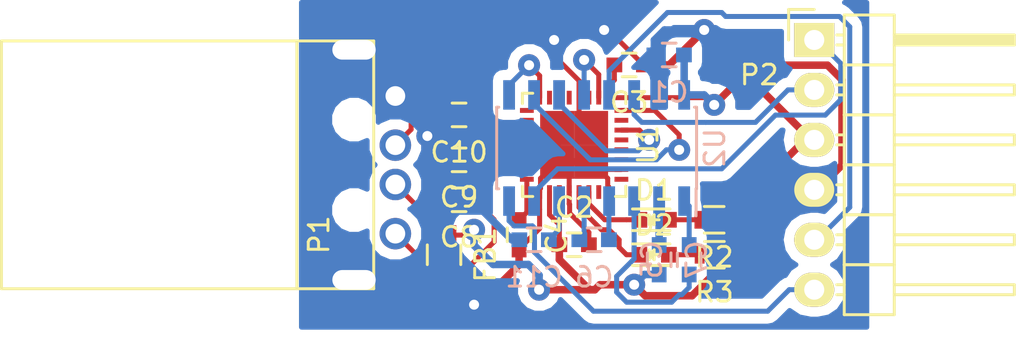
<source format=kicad_pcb>
(kicad_pcb (version 4) (host pcbnew 4.0.4-stable)

  (general
    (links 57)
    (no_connects 0)
    (area 102.471799 99.4838 154.896201 116.796628)
    (thickness 1.6)
    (drawings 0)
    (tracks 247)
    (zones 0)
    (modules 20)
    (nets 40)
  )

  (page A4)
  (layers
    (0 F.Cu signal)
    (31 B.Cu signal)
    (32 B.Adhes user)
    (33 F.Adhes user)
    (34 B.Paste user)
    (35 F.Paste user)
    (36 B.SilkS user)
    (37 F.SilkS user)
    (38 B.Mask user)
    (39 F.Mask user)
    (40 Dwgs.User user)
    (41 Cmts.User user)
    (42 Eco1.User user)
    (43 Eco2.User user)
    (44 Edge.Cuts user)
    (45 Margin user)
    (46 B.CrtYd user)
    (47 F.CrtYd user)
    (48 B.Fab user)
    (49 F.Fab user)
  )

  (setup
    (last_trace_width 0.381)
    (user_trace_width 0.254)
    (user_trace_width 0.381)
    (user_trace_width 0.508)
    (trace_clearance 0.2032)
    (zone_clearance 0.508)
    (zone_45_only no)
    (trace_min 0.254)
    (segment_width 0.2)
    (edge_width 0.15)
    (via_size 1.1176)
    (via_drill 0.508)
    (via_min_size 1.1176)
    (via_min_drill 0.508)
    (user_via 1.1176 0.508)
    (uvia_size 0.3)
    (uvia_drill 0.1)
    (uvias_allowed no)
    (uvia_min_size 0)
    (uvia_min_drill 0)
    (pcb_text_width 0.3)
    (pcb_text_size 1.5 1.5)
    (mod_edge_width 0.15)
    (mod_text_size 1 1)
    (mod_text_width 0.15)
    (pad_size 2.032 1.7272)
    (pad_drill 1.016)
    (pad_to_mask_clearance 0.2)
    (aux_axis_origin 0 0)
    (visible_elements 7FFFFBFF)
    (pcbplotparams
      (layerselection 0x00030_80000001)
      (usegerberextensions false)
      (excludeedgelayer true)
      (linewidth 0.100000)
      (plotframeref false)
      (viasonmask false)
      (mode 1)
      (useauxorigin false)
      (hpglpennumber 1)
      (hpglpenspeed 20)
      (hpglpendiameter 15)
      (hpglpenoverlay 2)
      (psnegative false)
      (psa4output false)
      (plotreference true)
      (plotvalue true)
      (plotinvisibletext false)
      (padsonsilk false)
      (subtractmaskfromsilk false)
      (outputformat 1)
      (mirror false)
      (drillshape 1)
      (scaleselection 1)
      (outputdirectory ""))
  )

  (net 0 "")
  (net 1 GND)
  (net 2 +5V)
  (net 3 "Net-(C4-Pad1)")
  (net 4 "Net-(C5-Pad1)")
  (net 5 "Net-(C5-Pad2)")
  (net 6 "Net-(C6-Pad1)")
  (net 7 "Net-(C6-Pad2)")
  (net 8 "Net-(C7-Pad2)")
  (net 9 "Net-(C8-Pad1)")
  (net 10 "Net-(C9-Pad1)")
  (net 11 "Net-(C10-Pad1)")
  (net 12 "Net-(C11-Pad2)")
  (net 13 "Net-(D1-Pad2)")
  (net 14 /LEDTX)
  (net 15 "Net-(D2-Pad2)")
  (net 16 /LEDRX)
  (net 17 "Net-(P2-Pad1)")
  (net 18 "Net-(P2-Pad2)")
  (net 19 "Net-(P2-Pad5)")
  (net 20 "Net-(P2-Pad6)")
  (net 21 /RxD)
  (net 22 "Net-(U1-Pad3)")
  (net 23 "Net-(U1-Pad5)")
  (net 24 "Net-(U1-Pad6)")
  (net 25 "Net-(U1-Pad7)")
  (net 26 /~CTS~)
  (net 27 /~SLEEP~)
  (net 28 "Net-(U1-Pad10)")
  (net 29 /~PWREN~)
  (net 30 "Net-(U1-Pad12)")
  (net 31 "Net-(U1-Pad13)")
  (net 32 "Net-(U1-Pad23)")
  (net 33 "Net-(U1-Pad25)")
  (net 34 "Net-(U1-Pad27)")
  (net 35 "Net-(U1-Pad28)")
  (net 36 "Net-(U1-Pad29)")
  (net 37 /TxD)
  (net 38 "Net-(U1-Pad31)")
  (net 39 /~RTS~)

  (net_class Default "This is the default net class."
    (clearance 0.2032)
    (trace_width 0.254)
    (via_dia 1.1176)
    (via_drill 0.508)
    (uvia_dia 0.3)
    (uvia_drill 0.1)
    (add_net +5V)
    (add_net /LEDRX)
    (add_net /LEDTX)
    (add_net /RxD)
    (add_net /TxD)
    (add_net /~CTS~)
    (add_net /~PWREN~)
    (add_net /~RTS~)
    (add_net /~SLEEP~)
    (add_net GND)
    (add_net "Net-(C10-Pad1)")
    (add_net "Net-(C11-Pad2)")
    (add_net "Net-(C4-Pad1)")
    (add_net "Net-(C5-Pad1)")
    (add_net "Net-(C5-Pad2)")
    (add_net "Net-(C6-Pad1)")
    (add_net "Net-(C6-Pad2)")
    (add_net "Net-(C7-Pad2)")
    (add_net "Net-(C8-Pad1)")
    (add_net "Net-(C9-Pad1)")
    (add_net "Net-(D1-Pad2)")
    (add_net "Net-(D2-Pad2)")
    (add_net "Net-(P2-Pad1)")
    (add_net "Net-(P2-Pad2)")
    (add_net "Net-(P2-Pad5)")
    (add_net "Net-(P2-Pad6)")
    (add_net "Net-(U1-Pad10)")
    (add_net "Net-(U1-Pad12)")
    (add_net "Net-(U1-Pad13)")
    (add_net "Net-(U1-Pad23)")
    (add_net "Net-(U1-Pad25)")
    (add_net "Net-(U1-Pad27)")
    (add_net "Net-(U1-Pad28)")
    (add_net "Net-(U1-Pad29)")
    (add_net "Net-(U1-Pad3)")
    (add_net "Net-(U1-Pad31)")
    (add_net "Net-(U1-Pad5)")
    (add_net "Net-(U1-Pad6)")
    (add_net "Net-(U1-Pad7)")
  )

  (module Capacitors_SMD:C_0805 (layer F.Cu) (tedit 5415D6EA) (tstamp 5816BB41)
    (at 125.222 112.522 270)
    (descr "Capacitor SMD 0805, reflow soldering, AVX (see smccp.pdf)")
    (tags "capacitor 0805")
    (path /58020610)
    (attr smd)
    (fp_text reference FB1 (at 0 -2.1 270) (layer F.SilkS)
      (effects (font (size 1 1) (thickness 0.15)))
    )
    (fp_text value 600R/0.5A (at 0 2.1 270) (layer F.Fab)
      (effects (font (size 1 1) (thickness 0.15)))
    )
    (fp_line (start -1 0.625) (end -1 -0.625) (layer F.Fab) (width 0.15))
    (fp_line (start 1 0.625) (end -1 0.625) (layer F.Fab) (width 0.15))
    (fp_line (start 1 -0.625) (end 1 0.625) (layer F.Fab) (width 0.15))
    (fp_line (start -1 -0.625) (end 1 -0.625) (layer F.Fab) (width 0.15))
    (fp_line (start -1.8 -1) (end 1.8 -1) (layer F.CrtYd) (width 0.05))
    (fp_line (start -1.8 1) (end 1.8 1) (layer F.CrtYd) (width 0.05))
    (fp_line (start -1.8 -1) (end -1.8 1) (layer F.CrtYd) (width 0.05))
    (fp_line (start 1.8 -1) (end 1.8 1) (layer F.CrtYd) (width 0.05))
    (fp_line (start 0.5 -0.85) (end -0.5 -0.85) (layer F.SilkS) (width 0.15))
    (fp_line (start -0.5 0.85) (end 0.5 0.85) (layer F.SilkS) (width 0.15))
    (pad 1 smd rect (at -1 0 270) (size 1 1.25) (layers F.Cu F.Paste F.Mask)
      (net 2 +5V))
    (pad 2 smd rect (at 1 0 270) (size 1 1.25) (layers F.Cu F.Paste F.Mask)
      (net 9 "Net-(C8-Pad1)"))
    (model Capacitors_SMD.3dshapes/C_0805.wrl
      (at (xyz 0 0 0))
      (scale (xyz 1 1 1))
      (rotate (xyz 0 0 0))
    )
  )

  (module Capacitors_SMD:C_0603 (layer B.Cu) (tedit 5415D631) (tstamp 5816BA5F)
    (at 136.652 102.362)
    (descr "Capacitor SMD 0603, reflow soldering, AVX (see smccp.pdf)")
    (tags "capacitor 0603")
    (path /5802C3BA)
    (attr smd)
    (fp_text reference C1 (at 0 1.9) (layer B.SilkS)
      (effects (font (size 1 1) (thickness 0.15)) (justify mirror))
    )
    (fp_text value 100nF (at 0 -1.9) (layer B.Fab)
      (effects (font (size 1 1) (thickness 0.15)) (justify mirror))
    )
    (fp_line (start -0.8 -0.4) (end -0.8 0.4) (layer B.Fab) (width 0.15))
    (fp_line (start 0.8 -0.4) (end -0.8 -0.4) (layer B.Fab) (width 0.15))
    (fp_line (start 0.8 0.4) (end 0.8 -0.4) (layer B.Fab) (width 0.15))
    (fp_line (start -0.8 0.4) (end 0.8 0.4) (layer B.Fab) (width 0.15))
    (fp_line (start -1.45 0.75) (end 1.45 0.75) (layer B.CrtYd) (width 0.05))
    (fp_line (start -1.45 -0.75) (end 1.45 -0.75) (layer B.CrtYd) (width 0.05))
    (fp_line (start -1.45 0.75) (end -1.45 -0.75) (layer B.CrtYd) (width 0.05))
    (fp_line (start 1.45 0.75) (end 1.45 -0.75) (layer B.CrtYd) (width 0.05))
    (fp_line (start -0.35 0.6) (end 0.35 0.6) (layer B.SilkS) (width 0.15))
    (fp_line (start 0.35 -0.6) (end -0.35 -0.6) (layer B.SilkS) (width 0.15))
    (pad 1 smd rect (at -0.75 0) (size 0.8 0.75) (layers B.Cu B.Paste B.Mask)
      (net 1 GND))
    (pad 2 smd rect (at 0.75 0) (size 0.8 0.75) (layers B.Cu B.Paste B.Mask)
      (net 2 +5V))
    (model Capacitors_SMD.3dshapes/C_0603.wrl
      (at (xyz 0 0 0))
      (scale (xyz 1 1 1))
      (rotate (xyz 0 0 0))
    )
  )

  (module Capacitors_SMD:C_0603 (layer F.Cu) (tedit 5415D631) (tstamp 5816BA6F)
    (at 131.826 112.014)
    (descr "Capacitor SMD 0603, reflow soldering, AVX (see smccp.pdf)")
    (tags "capacitor 0603")
    (path /58021398)
    (attr smd)
    (fp_text reference C2 (at 0 -1.9) (layer F.SilkS)
      (effects (font (size 1 1) (thickness 0.15)))
    )
    (fp_text value 4.7uF (at 0 1.9) (layer F.Fab)
      (effects (font (size 1 1) (thickness 0.15)))
    )
    (fp_line (start -0.8 0.4) (end -0.8 -0.4) (layer F.Fab) (width 0.15))
    (fp_line (start 0.8 0.4) (end -0.8 0.4) (layer F.Fab) (width 0.15))
    (fp_line (start 0.8 -0.4) (end 0.8 0.4) (layer F.Fab) (width 0.15))
    (fp_line (start -0.8 -0.4) (end 0.8 -0.4) (layer F.Fab) (width 0.15))
    (fp_line (start -1.45 -0.75) (end 1.45 -0.75) (layer F.CrtYd) (width 0.05))
    (fp_line (start -1.45 0.75) (end 1.45 0.75) (layer F.CrtYd) (width 0.05))
    (fp_line (start -1.45 -0.75) (end -1.45 0.75) (layer F.CrtYd) (width 0.05))
    (fp_line (start 1.45 -0.75) (end 1.45 0.75) (layer F.CrtYd) (width 0.05))
    (fp_line (start -0.35 -0.6) (end 0.35 -0.6) (layer F.SilkS) (width 0.15))
    (fp_line (start 0.35 0.6) (end -0.35 0.6) (layer F.SilkS) (width 0.15))
    (pad 1 smd rect (at -0.75 0) (size 0.8 0.75) (layers F.Cu F.Paste F.Mask)
      (net 2 +5V))
    (pad 2 smd rect (at 0.75 0) (size 0.8 0.75) (layers F.Cu F.Paste F.Mask)
      (net 1 GND))
    (model Capacitors_SMD.3dshapes/C_0603.wrl
      (at (xyz 0 0 0))
      (scale (xyz 1 1 1))
      (rotate (xyz 0 0 0))
    )
  )

  (module Capacitors_SMD:C_0603 (layer F.Cu) (tedit 5415D631) (tstamp 5816BA7F)
    (at 134.62 102.87 180)
    (descr "Capacitor SMD 0603, reflow soldering, AVX (see smccp.pdf)")
    (tags "capacitor 0603")
    (path /5802133B)
    (attr smd)
    (fp_text reference C3 (at 0 -1.9 180) (layer F.SilkS)
      (effects (font (size 1 1) (thickness 0.15)))
    )
    (fp_text value 100nF (at 0 1.9 180) (layer F.Fab)
      (effects (font (size 1 1) (thickness 0.15)))
    )
    (fp_line (start -0.8 0.4) (end -0.8 -0.4) (layer F.Fab) (width 0.15))
    (fp_line (start 0.8 0.4) (end -0.8 0.4) (layer F.Fab) (width 0.15))
    (fp_line (start 0.8 -0.4) (end 0.8 0.4) (layer F.Fab) (width 0.15))
    (fp_line (start -0.8 -0.4) (end 0.8 -0.4) (layer F.Fab) (width 0.15))
    (fp_line (start -1.45 -0.75) (end 1.45 -0.75) (layer F.CrtYd) (width 0.05))
    (fp_line (start -1.45 0.75) (end 1.45 0.75) (layer F.CrtYd) (width 0.05))
    (fp_line (start -1.45 -0.75) (end -1.45 0.75) (layer F.CrtYd) (width 0.05))
    (fp_line (start 1.45 -0.75) (end 1.45 0.75) (layer F.CrtYd) (width 0.05))
    (fp_line (start -0.35 -0.6) (end 0.35 -0.6) (layer F.SilkS) (width 0.15))
    (fp_line (start 0.35 0.6) (end -0.35 0.6) (layer F.SilkS) (width 0.15))
    (pad 1 smd rect (at -0.75 0 180) (size 0.8 0.75) (layers F.Cu F.Paste F.Mask)
      (net 1 GND))
    (pad 2 smd rect (at 0.75 0 180) (size 0.8 0.75) (layers F.Cu F.Paste F.Mask)
      (net 2 +5V))
    (model Capacitors_SMD.3dshapes/C_0603.wrl
      (at (xyz 0 0 0))
      (scale (xyz 1 1 1))
      (rotate (xyz 0 0 0))
    )
  )

  (module Capacitors_SMD:C_0603 (layer F.Cu) (tedit 5415D631) (tstamp 5816BA8F)
    (at 129.032 111.506 270)
    (descr "Capacitor SMD 0603, reflow soldering, AVX (see smccp.pdf)")
    (tags "capacitor 0603")
    (path /580207A9)
    (attr smd)
    (fp_text reference C4 (at 0 -1.9 270) (layer F.SilkS)
      (effects (font (size 1 1) (thickness 0.15)))
    )
    (fp_text value 100nF (at 0 1.9 270) (layer F.Fab)
      (effects (font (size 1 1) (thickness 0.15)))
    )
    (fp_line (start -0.8 0.4) (end -0.8 -0.4) (layer F.Fab) (width 0.15))
    (fp_line (start 0.8 0.4) (end -0.8 0.4) (layer F.Fab) (width 0.15))
    (fp_line (start 0.8 -0.4) (end 0.8 0.4) (layer F.Fab) (width 0.15))
    (fp_line (start -0.8 -0.4) (end 0.8 -0.4) (layer F.Fab) (width 0.15))
    (fp_line (start -1.45 -0.75) (end 1.45 -0.75) (layer F.CrtYd) (width 0.05))
    (fp_line (start -1.45 0.75) (end 1.45 0.75) (layer F.CrtYd) (width 0.05))
    (fp_line (start -1.45 -0.75) (end -1.45 0.75) (layer F.CrtYd) (width 0.05))
    (fp_line (start 1.45 -0.75) (end 1.45 0.75) (layer F.CrtYd) (width 0.05))
    (fp_line (start -0.35 -0.6) (end 0.35 -0.6) (layer F.SilkS) (width 0.15))
    (fp_line (start 0.35 0.6) (end -0.35 0.6) (layer F.SilkS) (width 0.15))
    (pad 1 smd rect (at -0.75 0 270) (size 0.8 0.75) (layers F.Cu F.Paste F.Mask)
      (net 3 "Net-(C4-Pad1)"))
    (pad 2 smd rect (at 0.75 0 270) (size 0.8 0.75) (layers F.Cu F.Paste F.Mask)
      (net 1 GND))
    (model Capacitors_SMD.3dshapes/C_0603.wrl
      (at (xyz 0 0 0))
      (scale (xyz 1 1 1))
      (rotate (xyz 0 0 0))
    )
  )

  (module Capacitors_SMD:C_0603 (layer B.Cu) (tedit 5415D631) (tstamp 5816BA9F)
    (at 137.668 112.776 270)
    (descr "Capacitor SMD 0603, reflow soldering, AVX (see smccp.pdf)")
    (tags "capacitor 0603")
    (path /58021F6B)
    (attr smd)
    (fp_text reference C5 (at 0 1.9 270) (layer B.SilkS)
      (effects (font (size 1 1) (thickness 0.15)) (justify mirror))
    )
    (fp_text value 100nF (at 0 -1.9 270) (layer B.Fab)
      (effects (font (size 1 1) (thickness 0.15)) (justify mirror))
    )
    (fp_line (start -0.8 -0.4) (end -0.8 0.4) (layer B.Fab) (width 0.15))
    (fp_line (start 0.8 -0.4) (end -0.8 -0.4) (layer B.Fab) (width 0.15))
    (fp_line (start 0.8 0.4) (end 0.8 -0.4) (layer B.Fab) (width 0.15))
    (fp_line (start -0.8 0.4) (end 0.8 0.4) (layer B.Fab) (width 0.15))
    (fp_line (start -1.45 0.75) (end 1.45 0.75) (layer B.CrtYd) (width 0.05))
    (fp_line (start -1.45 -0.75) (end 1.45 -0.75) (layer B.CrtYd) (width 0.05))
    (fp_line (start -1.45 0.75) (end -1.45 -0.75) (layer B.CrtYd) (width 0.05))
    (fp_line (start 1.45 0.75) (end 1.45 -0.75) (layer B.CrtYd) (width 0.05))
    (fp_line (start -0.35 0.6) (end 0.35 0.6) (layer B.SilkS) (width 0.15))
    (fp_line (start 0.35 -0.6) (end -0.35 -0.6) (layer B.SilkS) (width 0.15))
    (pad 1 smd rect (at -0.75 0 270) (size 0.8 0.75) (layers B.Cu B.Paste B.Mask)
      (net 4 "Net-(C5-Pad1)"))
    (pad 2 smd rect (at 0.75 0 270) (size 0.8 0.75) (layers B.Cu B.Paste B.Mask)
      (net 5 "Net-(C5-Pad2)"))
    (model Capacitors_SMD.3dshapes/C_0603.wrl
      (at (xyz 0 0 0))
      (scale (xyz 1 1 1))
      (rotate (xyz 0 0 0))
    )
  )

  (module Capacitors_SMD:C_0603 (layer B.Cu) (tedit 5415D631) (tstamp 5816BAAF)
    (at 132.842 111.76)
    (descr "Capacitor SMD 0603, reflow soldering, AVX (see smccp.pdf)")
    (tags "capacitor 0603")
    (path /58022243)
    (attr smd)
    (fp_text reference C6 (at 0 1.9) (layer B.SilkS)
      (effects (font (size 1 1) (thickness 0.15)) (justify mirror))
    )
    (fp_text value 470nF (at 0 -1.9) (layer B.Fab)
      (effects (font (size 1 1) (thickness 0.15)) (justify mirror))
    )
    (fp_line (start -0.8 -0.4) (end -0.8 0.4) (layer B.Fab) (width 0.15))
    (fp_line (start 0.8 -0.4) (end -0.8 -0.4) (layer B.Fab) (width 0.15))
    (fp_line (start 0.8 0.4) (end 0.8 -0.4) (layer B.Fab) (width 0.15))
    (fp_line (start -0.8 0.4) (end 0.8 0.4) (layer B.Fab) (width 0.15))
    (fp_line (start -1.45 0.75) (end 1.45 0.75) (layer B.CrtYd) (width 0.05))
    (fp_line (start -1.45 -0.75) (end 1.45 -0.75) (layer B.CrtYd) (width 0.05))
    (fp_line (start -1.45 0.75) (end -1.45 -0.75) (layer B.CrtYd) (width 0.05))
    (fp_line (start 1.45 0.75) (end 1.45 -0.75) (layer B.CrtYd) (width 0.05))
    (fp_line (start -0.35 0.6) (end 0.35 0.6) (layer B.SilkS) (width 0.15))
    (fp_line (start 0.35 -0.6) (end -0.35 -0.6) (layer B.SilkS) (width 0.15))
    (pad 1 smd rect (at -0.75 0) (size 0.8 0.75) (layers B.Cu B.Paste B.Mask)
      (net 6 "Net-(C6-Pad1)"))
    (pad 2 smd rect (at 0.75 0) (size 0.8 0.75) (layers B.Cu B.Paste B.Mask)
      (net 7 "Net-(C6-Pad2)"))
    (model Capacitors_SMD.3dshapes/C_0603.wrl
      (at (xyz 0 0 0))
      (scale (xyz 1 1 1))
      (rotate (xyz 0 0 0))
    )
  )

  (module Capacitors_SMD:C_0603 (layer B.Cu) (tedit 5415D631) (tstamp 5816BABF)
    (at 136.144 112.776 90)
    (descr "Capacitor SMD 0603, reflow soldering, AVX (see smccp.pdf)")
    (tags "capacitor 0603")
    (path /5802FD00)
    (attr smd)
    (fp_text reference C7 (at 0 1.9 90) (layer B.SilkS)
      (effects (font (size 1 1) (thickness 0.15)) (justify mirror))
    )
    (fp_text value 470nF (at 0 -1.9 90) (layer B.Fab)
      (effects (font (size 1 1) (thickness 0.15)) (justify mirror))
    )
    (fp_line (start -0.8 -0.4) (end -0.8 0.4) (layer B.Fab) (width 0.15))
    (fp_line (start 0.8 -0.4) (end -0.8 -0.4) (layer B.Fab) (width 0.15))
    (fp_line (start 0.8 0.4) (end 0.8 -0.4) (layer B.Fab) (width 0.15))
    (fp_line (start -0.8 0.4) (end 0.8 0.4) (layer B.Fab) (width 0.15))
    (fp_line (start -1.45 0.75) (end 1.45 0.75) (layer B.CrtYd) (width 0.05))
    (fp_line (start -1.45 -0.75) (end 1.45 -0.75) (layer B.CrtYd) (width 0.05))
    (fp_line (start -1.45 0.75) (end -1.45 -0.75) (layer B.CrtYd) (width 0.05))
    (fp_line (start 1.45 0.75) (end 1.45 -0.75) (layer B.CrtYd) (width 0.05))
    (fp_line (start -0.35 0.6) (end 0.35 0.6) (layer B.SilkS) (width 0.15))
    (fp_line (start 0.35 -0.6) (end -0.35 -0.6) (layer B.SilkS) (width 0.15))
    (pad 1 smd rect (at -0.75 0 90) (size 0.8 0.75) (layers B.Cu B.Paste B.Mask)
      (net 2 +5V))
    (pad 2 smd rect (at 0.75 0 90) (size 0.8 0.75) (layers B.Cu B.Paste B.Mask)
      (net 8 "Net-(C7-Pad2)"))
    (model Capacitors_SMD.3dshapes/C_0603.wrl
      (at (xyz 0 0 0))
      (scale (xyz 1 1 1))
      (rotate (xyz 0 0 0))
    )
  )

  (module Capacitors_SMD:C_0603 (layer F.Cu) (tedit 5415D631) (tstamp 5816BACF)
    (at 125.984 109.728 180)
    (descr "Capacitor SMD 0603, reflow soldering, AVX (see smccp.pdf)")
    (tags "capacitor 0603")
    (path /580204EE)
    (attr smd)
    (fp_text reference C8 (at 0 -1.9 180) (layer F.SilkS)
      (effects (font (size 1 1) (thickness 0.15)))
    )
    (fp_text value 10nF (at 0 1.9 180) (layer F.Fab)
      (effects (font (size 1 1) (thickness 0.15)))
    )
    (fp_line (start -0.8 0.4) (end -0.8 -0.4) (layer F.Fab) (width 0.15))
    (fp_line (start 0.8 0.4) (end -0.8 0.4) (layer F.Fab) (width 0.15))
    (fp_line (start 0.8 -0.4) (end 0.8 0.4) (layer F.Fab) (width 0.15))
    (fp_line (start -0.8 -0.4) (end 0.8 -0.4) (layer F.Fab) (width 0.15))
    (fp_line (start -1.45 -0.75) (end 1.45 -0.75) (layer F.CrtYd) (width 0.05))
    (fp_line (start -1.45 0.75) (end 1.45 0.75) (layer F.CrtYd) (width 0.05))
    (fp_line (start -1.45 -0.75) (end -1.45 0.75) (layer F.CrtYd) (width 0.05))
    (fp_line (start 1.45 -0.75) (end 1.45 0.75) (layer F.CrtYd) (width 0.05))
    (fp_line (start -0.35 -0.6) (end 0.35 -0.6) (layer F.SilkS) (width 0.15))
    (fp_line (start 0.35 0.6) (end -0.35 0.6) (layer F.SilkS) (width 0.15))
    (pad 1 smd rect (at -0.75 0 180) (size 0.8 0.75) (layers F.Cu F.Paste F.Mask)
      (net 9 "Net-(C8-Pad1)"))
    (pad 2 smd rect (at 0.75 0 180) (size 0.8 0.75) (layers F.Cu F.Paste F.Mask)
      (net 1 GND))
    (model Capacitors_SMD.3dshapes/C_0603.wrl
      (at (xyz 0 0 0))
      (scale (xyz 1 1 1))
      (rotate (xyz 0 0 0))
    )
  )

  (module Capacitors_SMD:C_0603 (layer F.Cu) (tedit 5415D631) (tstamp 5816BADF)
    (at 125.984 107.696 180)
    (descr "Capacitor SMD 0603, reflow soldering, AVX (see smccp.pdf)")
    (tags "capacitor 0603")
    (path /580209E8)
    (attr smd)
    (fp_text reference C9 (at 0 -1.9 180) (layer F.SilkS)
      (effects (font (size 1 1) (thickness 0.15)))
    )
    (fp_text value 47pF (at 0 1.9 180) (layer F.Fab)
      (effects (font (size 1 1) (thickness 0.15)))
    )
    (fp_line (start -0.8 0.4) (end -0.8 -0.4) (layer F.Fab) (width 0.15))
    (fp_line (start 0.8 0.4) (end -0.8 0.4) (layer F.Fab) (width 0.15))
    (fp_line (start 0.8 -0.4) (end 0.8 0.4) (layer F.Fab) (width 0.15))
    (fp_line (start -0.8 -0.4) (end 0.8 -0.4) (layer F.Fab) (width 0.15))
    (fp_line (start -1.45 -0.75) (end 1.45 -0.75) (layer F.CrtYd) (width 0.05))
    (fp_line (start -1.45 0.75) (end 1.45 0.75) (layer F.CrtYd) (width 0.05))
    (fp_line (start -1.45 -0.75) (end -1.45 0.75) (layer F.CrtYd) (width 0.05))
    (fp_line (start 1.45 -0.75) (end 1.45 0.75) (layer F.CrtYd) (width 0.05))
    (fp_line (start -0.35 -0.6) (end 0.35 -0.6) (layer F.SilkS) (width 0.15))
    (fp_line (start 0.35 0.6) (end -0.35 0.6) (layer F.SilkS) (width 0.15))
    (pad 1 smd rect (at -0.75 0 180) (size 0.8 0.75) (layers F.Cu F.Paste F.Mask)
      (net 10 "Net-(C9-Pad1)"))
    (pad 2 smd rect (at 0.75 0 180) (size 0.8 0.75) (layers F.Cu F.Paste F.Mask)
      (net 1 GND))
    (model Capacitors_SMD.3dshapes/C_0603.wrl
      (at (xyz 0 0 0))
      (scale (xyz 1 1 1))
      (rotate (xyz 0 0 0))
    )
  )

  (module Capacitors_SMD:C_0603 (layer F.Cu) (tedit 5415D631) (tstamp 5816BAEF)
    (at 125.984 105.41 180)
    (descr "Capacitor SMD 0603, reflow soldering, AVX (see smccp.pdf)")
    (tags "capacitor 0603")
    (path /58020A1F)
    (attr smd)
    (fp_text reference C10 (at 0 -1.9 180) (layer F.SilkS)
      (effects (font (size 1 1) (thickness 0.15)))
    )
    (fp_text value 47pf (at 0 1.9 180) (layer F.Fab)
      (effects (font (size 1 1) (thickness 0.15)))
    )
    (fp_line (start -0.8 0.4) (end -0.8 -0.4) (layer F.Fab) (width 0.15))
    (fp_line (start 0.8 0.4) (end -0.8 0.4) (layer F.Fab) (width 0.15))
    (fp_line (start 0.8 -0.4) (end 0.8 0.4) (layer F.Fab) (width 0.15))
    (fp_line (start -0.8 -0.4) (end 0.8 -0.4) (layer F.Fab) (width 0.15))
    (fp_line (start -1.45 -0.75) (end 1.45 -0.75) (layer F.CrtYd) (width 0.05))
    (fp_line (start -1.45 0.75) (end 1.45 0.75) (layer F.CrtYd) (width 0.05))
    (fp_line (start -1.45 -0.75) (end -1.45 0.75) (layer F.CrtYd) (width 0.05))
    (fp_line (start 1.45 -0.75) (end 1.45 0.75) (layer F.CrtYd) (width 0.05))
    (fp_line (start -0.35 -0.6) (end 0.35 -0.6) (layer F.SilkS) (width 0.15))
    (fp_line (start 0.35 0.6) (end -0.35 0.6) (layer F.SilkS) (width 0.15))
    (pad 1 smd rect (at -0.75 0 180) (size 0.8 0.75) (layers F.Cu F.Paste F.Mask)
      (net 11 "Net-(C10-Pad1)"))
    (pad 2 smd rect (at 0.75 0 180) (size 0.8 0.75) (layers F.Cu F.Paste F.Mask)
      (net 1 GND))
    (model Capacitors_SMD.3dshapes/C_0603.wrl
      (at (xyz 0 0 0))
      (scale (xyz 1 1 1))
      (rotate (xyz 0 0 0))
    )
  )

  (module Capacitors_SMD:C_0603 (layer B.Cu) (tedit 5415D631) (tstamp 5816BAFF)
    (at 129.794 111.76)
    (descr "Capacitor SMD 0603, reflow soldering, AVX (see smccp.pdf)")
    (tags "capacitor 0603")
    (path /58025132)
    (attr smd)
    (fp_text reference C11 (at 0 1.9) (layer B.SilkS)
      (effects (font (size 1 1) (thickness 0.15)) (justify mirror))
    )
    (fp_text value 470nF (at 0 -1.9) (layer B.Fab)
      (effects (font (size 1 1) (thickness 0.15)) (justify mirror))
    )
    (fp_line (start -0.8 -0.4) (end -0.8 0.4) (layer B.Fab) (width 0.15))
    (fp_line (start 0.8 -0.4) (end -0.8 -0.4) (layer B.Fab) (width 0.15))
    (fp_line (start 0.8 0.4) (end 0.8 -0.4) (layer B.Fab) (width 0.15))
    (fp_line (start -0.8 0.4) (end 0.8 0.4) (layer B.Fab) (width 0.15))
    (fp_line (start -1.45 0.75) (end 1.45 0.75) (layer B.CrtYd) (width 0.05))
    (fp_line (start -1.45 -0.75) (end 1.45 -0.75) (layer B.CrtYd) (width 0.05))
    (fp_line (start -1.45 0.75) (end -1.45 -0.75) (layer B.CrtYd) (width 0.05))
    (fp_line (start 1.45 0.75) (end 1.45 -0.75) (layer B.CrtYd) (width 0.05))
    (fp_line (start -0.35 0.6) (end 0.35 0.6) (layer B.SilkS) (width 0.15))
    (fp_line (start 0.35 -0.6) (end -0.35 -0.6) (layer B.SilkS) (width 0.15))
    (pad 1 smd rect (at -0.75 0) (size 0.8 0.75) (layers B.Cu B.Paste B.Mask)
      (net 1 GND))
    (pad 2 smd rect (at 0.75 0) (size 0.8 0.75) (layers B.Cu B.Paste B.Mask)
      (net 12 "Net-(C11-Pad2)"))
    (model Capacitors_SMD.3dshapes/C_0603.wrl
      (at (xyz 0 0 0))
      (scale (xyz 1 1 1))
      (rotate (xyz 0 0 0))
    )
  )

  (module LEDs:LED_0603 (layer F.Cu) (tedit 55BDE255) (tstamp 5816BB18)
    (at 135.89 110.744)
    (descr "LED 0603 smd package")
    (tags "LED led 0603 SMD smd SMT smt smdled SMDLED smtled SMTLED")
    (path /58026B5E)
    (attr smd)
    (fp_text reference D1 (at 0 -1.5) (layer F.SilkS)
      (effects (font (size 1 1) (thickness 0.15)))
    )
    (fp_text value Red (at 0 1.5) (layer F.Fab)
      (effects (font (size 1 1) (thickness 0.15)))
    )
    (fp_line (start -0.3 -0.2) (end -0.3 0.2) (layer F.Fab) (width 0.15))
    (fp_line (start -0.2 0) (end 0.1 -0.2) (layer F.Fab) (width 0.15))
    (fp_line (start 0.1 0.2) (end -0.2 0) (layer F.Fab) (width 0.15))
    (fp_line (start 0.1 -0.2) (end 0.1 0.2) (layer F.Fab) (width 0.15))
    (fp_line (start 0.8 0.4) (end -0.8 0.4) (layer F.Fab) (width 0.15))
    (fp_line (start 0.8 -0.4) (end 0.8 0.4) (layer F.Fab) (width 0.15))
    (fp_line (start -0.8 -0.4) (end 0.8 -0.4) (layer F.Fab) (width 0.15))
    (fp_line (start -0.8 0.4) (end -0.8 -0.4) (layer F.Fab) (width 0.15))
    (fp_line (start -1.1 0.55) (end 0.8 0.55) (layer F.SilkS) (width 0.15))
    (fp_line (start -1.1 -0.55) (end 0.8 -0.55) (layer F.SilkS) (width 0.15))
    (fp_line (start -0.2 0) (end 0.25 0) (layer F.SilkS) (width 0.15))
    (fp_line (start -0.25 -0.25) (end -0.25 0.25) (layer F.SilkS) (width 0.15))
    (fp_line (start -0.25 0) (end 0 -0.25) (layer F.SilkS) (width 0.15))
    (fp_line (start 0 -0.25) (end 0 0.25) (layer F.SilkS) (width 0.15))
    (fp_line (start 0 0.25) (end -0.25 0) (layer F.SilkS) (width 0.15))
    (fp_line (start 1.4 -0.75) (end 1.4 0.75) (layer F.CrtYd) (width 0.05))
    (fp_line (start 1.4 0.75) (end -1.4 0.75) (layer F.CrtYd) (width 0.05))
    (fp_line (start -1.4 0.75) (end -1.4 -0.75) (layer F.CrtYd) (width 0.05))
    (fp_line (start -1.4 -0.75) (end 1.4 -0.75) (layer F.CrtYd) (width 0.05))
    (pad 2 smd rect (at 0.7493 0 180) (size 0.79756 0.79756) (layers F.Cu F.Paste F.Mask)
      (net 13 "Net-(D1-Pad2)"))
    (pad 1 smd rect (at -0.7493 0 180) (size 0.79756 0.79756) (layers F.Cu F.Paste F.Mask)
      (net 14 /LEDTX))
    (model LEDs.3dshapes/LED_0603.wrl
      (at (xyz 0 0 0))
      (scale (xyz 1 1 1))
      (rotate (xyz 0 0 180))
    )
  )

  (module LEDs:LED_0603 (layer F.Cu) (tedit 55BDE255) (tstamp 5816BB31)
    (at 135.89 112.522)
    (descr "LED 0603 smd package")
    (tags "LED led 0603 SMD smd SMT smt smdled SMDLED smtled SMTLED")
    (path /580279BB)
    (attr smd)
    (fp_text reference D2 (at 0 -1.5) (layer F.SilkS)
      (effects (font (size 1 1) (thickness 0.15)))
    )
    (fp_text value Green (at 0 1.5) (layer F.Fab)
      (effects (font (size 1 1) (thickness 0.15)))
    )
    (fp_line (start -0.3 -0.2) (end -0.3 0.2) (layer F.Fab) (width 0.15))
    (fp_line (start -0.2 0) (end 0.1 -0.2) (layer F.Fab) (width 0.15))
    (fp_line (start 0.1 0.2) (end -0.2 0) (layer F.Fab) (width 0.15))
    (fp_line (start 0.1 -0.2) (end 0.1 0.2) (layer F.Fab) (width 0.15))
    (fp_line (start 0.8 0.4) (end -0.8 0.4) (layer F.Fab) (width 0.15))
    (fp_line (start 0.8 -0.4) (end 0.8 0.4) (layer F.Fab) (width 0.15))
    (fp_line (start -0.8 -0.4) (end 0.8 -0.4) (layer F.Fab) (width 0.15))
    (fp_line (start -0.8 0.4) (end -0.8 -0.4) (layer F.Fab) (width 0.15))
    (fp_line (start -1.1 0.55) (end 0.8 0.55) (layer F.SilkS) (width 0.15))
    (fp_line (start -1.1 -0.55) (end 0.8 -0.55) (layer F.SilkS) (width 0.15))
    (fp_line (start -0.2 0) (end 0.25 0) (layer F.SilkS) (width 0.15))
    (fp_line (start -0.25 -0.25) (end -0.25 0.25) (layer F.SilkS) (width 0.15))
    (fp_line (start -0.25 0) (end 0 -0.25) (layer F.SilkS) (width 0.15))
    (fp_line (start 0 -0.25) (end 0 0.25) (layer F.SilkS) (width 0.15))
    (fp_line (start 0 0.25) (end -0.25 0) (layer F.SilkS) (width 0.15))
    (fp_line (start 1.4 -0.75) (end 1.4 0.75) (layer F.CrtYd) (width 0.05))
    (fp_line (start 1.4 0.75) (end -1.4 0.75) (layer F.CrtYd) (width 0.05))
    (fp_line (start -1.4 0.75) (end -1.4 -0.75) (layer F.CrtYd) (width 0.05))
    (fp_line (start -1.4 -0.75) (end 1.4 -0.75) (layer F.CrtYd) (width 0.05))
    (pad 2 smd rect (at 0.7493 0 180) (size 0.79756 0.79756) (layers F.Cu F.Paste F.Mask)
      (net 15 "Net-(D2-Pad2)"))
    (pad 1 smd rect (at -0.7493 0 180) (size 0.79756 0.79756) (layers F.Cu F.Paste F.Mask)
      (net 16 /LEDRX))
    (model LEDs.3dshapes/LED_0603.wrl
      (at (xyz 0 0 0))
      (scale (xyz 1 1 1))
      (rotate (xyz 0 0 180))
    )
  )

  (module auv:USB-A-PLUG_UDRA04MTKNN (layer F.Cu) (tedit 5815761F) (tstamp 5816BB52)
    (at 120.65 107.95 270)
    (path /5802016F)
    (fp_text reference P1 (at 3.556 1.778 450) (layer F.SilkS)
      (effects (font (size 1 1) (thickness 0.15)))
    )
    (fp_text value USB_A (at -2.032 1.778 450) (layer F.Fab)
      (effects (font (size 1 1) (thickness 0.15)))
    )
    (fp_line (start -6.3 2.9) (end 6.3 2.9) (layer F.SilkS) (width 0.15))
    (fp_line (start -6.3 17.9) (end -6.3 -1) (layer F.SilkS) (width 0.15))
    (fp_line (start 6.3 17.9) (end -6.3 17.9) (layer F.SilkS) (width 0.15))
    (fp_line (start 6.3 -1) (end 6.3 17.9) (layer F.SilkS) (width 0.15))
    (fp_line (start -6.3 -1) (end 6.3 -1) (layer F.SilkS) (width 0.15))
    (pad 2 thru_hole circle (at 1 -2.1 270) (size 1.6 1.6) (drill 1) (layers *.Cu *.Mask)
      (net 10 "Net-(C9-Pad1)"))
    (pad 1 thru_hole circle (at 3.5 -2.1 270) (size 1.6 1.6) (drill 1) (layers *.Cu *.Mask)
      (net 9 "Net-(C8-Pad1)"))
    (pad 3 thru_hole circle (at -1 -2.1 270) (size 1.6 1.6) (drill 1) (layers *.Cu *.Mask)
      (net 11 "Net-(C10-Pad1)"))
    (pad 4 thru_hole circle (at -3.5 -2.1 270) (size 1.6 1.6) (drill 1) (layers *.Cu *.Mask)
      (net 1 GND))
    (pad "" np_thru_hole circle (at 2.3 0 270) (size 1.2 1.2) (drill 1.2) (layers *.Cu))
    (pad "" np_thru_hole circle (at -2.3 0 270) (size 1.2 1.2) (drill 1.2) (layers *.Cu))
    (pad 5 thru_hole oval (at 5.85 0 270) (size 1.6 2.8) (drill oval 1 2.2) (layers *.Cu *.Mask)
      (net 1 GND))
    (pad 5 thru_hole oval (at -5.85 0 270) (size 1.6 2.8) (drill oval 1 2.2) (layers *.Cu *.Mask)
      (net 1 GND))
  )

  (module Pin_Headers:Pin_Header_Angled_1x06 (layer F.Cu) (tedit 0) (tstamp 5816BB9D)
    (at 144.018 101.6)
    (descr "Through hole pin header")
    (tags "pin header")
    (path /580228AD)
    (fp_text reference P2 (at -2.794 1.778) (layer F.SilkS)
      (effects (font (size 1 1) (thickness 0.15)))
    )
    (fp_text value CONN_01X06 (at 2.54 7.112 90) (layer F.Fab)
      (effects (font (size 1 1) (thickness 0.15)))
    )
    (fp_line (start -1.5 -1.75) (end -1.5 14.45) (layer F.CrtYd) (width 0.05))
    (fp_line (start 10.65 -1.75) (end 10.65 14.45) (layer F.CrtYd) (width 0.05))
    (fp_line (start -1.5 -1.75) (end 10.65 -1.75) (layer F.CrtYd) (width 0.05))
    (fp_line (start -1.5 14.45) (end 10.65 14.45) (layer F.CrtYd) (width 0.05))
    (fp_line (start -1.3 -1.55) (end -1.3 0) (layer F.SilkS) (width 0.15))
    (fp_line (start 0 -1.55) (end -1.3 -1.55) (layer F.SilkS) (width 0.15))
    (fp_line (start 4.191 -0.127) (end 10.033 -0.127) (layer F.SilkS) (width 0.15))
    (fp_line (start 10.033 -0.127) (end 10.033 0.127) (layer F.SilkS) (width 0.15))
    (fp_line (start 10.033 0.127) (end 4.191 0.127) (layer F.SilkS) (width 0.15))
    (fp_line (start 4.191 0.127) (end 4.191 0) (layer F.SilkS) (width 0.15))
    (fp_line (start 4.191 0) (end 10.033 0) (layer F.SilkS) (width 0.15))
    (fp_line (start 1.524 -0.254) (end 1.143 -0.254) (layer F.SilkS) (width 0.15))
    (fp_line (start 1.524 0.254) (end 1.143 0.254) (layer F.SilkS) (width 0.15))
    (fp_line (start 1.524 2.286) (end 1.143 2.286) (layer F.SilkS) (width 0.15))
    (fp_line (start 1.524 2.794) (end 1.143 2.794) (layer F.SilkS) (width 0.15))
    (fp_line (start 1.524 4.826) (end 1.143 4.826) (layer F.SilkS) (width 0.15))
    (fp_line (start 1.524 5.334) (end 1.143 5.334) (layer F.SilkS) (width 0.15))
    (fp_line (start 1.524 12.954) (end 1.143 12.954) (layer F.SilkS) (width 0.15))
    (fp_line (start 1.524 12.446) (end 1.143 12.446) (layer F.SilkS) (width 0.15))
    (fp_line (start 1.524 10.414) (end 1.143 10.414) (layer F.SilkS) (width 0.15))
    (fp_line (start 1.524 9.906) (end 1.143 9.906) (layer F.SilkS) (width 0.15))
    (fp_line (start 1.524 7.874) (end 1.143 7.874) (layer F.SilkS) (width 0.15))
    (fp_line (start 1.524 7.366) (end 1.143 7.366) (layer F.SilkS) (width 0.15))
    (fp_line (start 1.524 -1.27) (end 4.064 -1.27) (layer F.SilkS) (width 0.15))
    (fp_line (start 1.524 1.27) (end 4.064 1.27) (layer F.SilkS) (width 0.15))
    (fp_line (start 1.524 1.27) (end 1.524 3.81) (layer F.SilkS) (width 0.15))
    (fp_line (start 1.524 3.81) (end 4.064 3.81) (layer F.SilkS) (width 0.15))
    (fp_line (start 4.064 2.286) (end 10.16 2.286) (layer F.SilkS) (width 0.15))
    (fp_line (start 10.16 2.286) (end 10.16 2.794) (layer F.SilkS) (width 0.15))
    (fp_line (start 10.16 2.794) (end 4.064 2.794) (layer F.SilkS) (width 0.15))
    (fp_line (start 4.064 3.81) (end 4.064 1.27) (layer F.SilkS) (width 0.15))
    (fp_line (start 4.064 1.27) (end 4.064 -1.27) (layer F.SilkS) (width 0.15))
    (fp_line (start 10.16 0.254) (end 4.064 0.254) (layer F.SilkS) (width 0.15))
    (fp_line (start 10.16 -0.254) (end 10.16 0.254) (layer F.SilkS) (width 0.15))
    (fp_line (start 4.064 -0.254) (end 10.16 -0.254) (layer F.SilkS) (width 0.15))
    (fp_line (start 1.524 1.27) (end 4.064 1.27) (layer F.SilkS) (width 0.15))
    (fp_line (start 1.524 -1.27) (end 1.524 1.27) (layer F.SilkS) (width 0.15))
    (fp_line (start 1.524 8.89) (end 4.064 8.89) (layer F.SilkS) (width 0.15))
    (fp_line (start 1.524 8.89) (end 1.524 11.43) (layer F.SilkS) (width 0.15))
    (fp_line (start 1.524 11.43) (end 4.064 11.43) (layer F.SilkS) (width 0.15))
    (fp_line (start 4.064 9.906) (end 10.16 9.906) (layer F.SilkS) (width 0.15))
    (fp_line (start 10.16 9.906) (end 10.16 10.414) (layer F.SilkS) (width 0.15))
    (fp_line (start 10.16 10.414) (end 4.064 10.414) (layer F.SilkS) (width 0.15))
    (fp_line (start 4.064 11.43) (end 4.064 8.89) (layer F.SilkS) (width 0.15))
    (fp_line (start 4.064 13.97) (end 4.064 11.43) (layer F.SilkS) (width 0.15))
    (fp_line (start 10.16 12.954) (end 4.064 12.954) (layer F.SilkS) (width 0.15))
    (fp_line (start 10.16 12.446) (end 10.16 12.954) (layer F.SilkS) (width 0.15))
    (fp_line (start 4.064 12.446) (end 10.16 12.446) (layer F.SilkS) (width 0.15))
    (fp_line (start 1.524 13.97) (end 4.064 13.97) (layer F.SilkS) (width 0.15))
    (fp_line (start 1.524 11.43) (end 1.524 13.97) (layer F.SilkS) (width 0.15))
    (fp_line (start 1.524 11.43) (end 4.064 11.43) (layer F.SilkS) (width 0.15))
    (fp_line (start 1.524 6.35) (end 4.064 6.35) (layer F.SilkS) (width 0.15))
    (fp_line (start 1.524 6.35) (end 1.524 8.89) (layer F.SilkS) (width 0.15))
    (fp_line (start 1.524 8.89) (end 4.064 8.89) (layer F.SilkS) (width 0.15))
    (fp_line (start 4.064 7.366) (end 10.16 7.366) (layer F.SilkS) (width 0.15))
    (fp_line (start 10.16 7.366) (end 10.16 7.874) (layer F.SilkS) (width 0.15))
    (fp_line (start 10.16 7.874) (end 4.064 7.874) (layer F.SilkS) (width 0.15))
    (fp_line (start 4.064 8.89) (end 4.064 6.35) (layer F.SilkS) (width 0.15))
    (fp_line (start 4.064 6.35) (end 4.064 3.81) (layer F.SilkS) (width 0.15))
    (fp_line (start 10.16 5.334) (end 4.064 5.334) (layer F.SilkS) (width 0.15))
    (fp_line (start 10.16 4.826) (end 10.16 5.334) (layer F.SilkS) (width 0.15))
    (fp_line (start 4.064 4.826) (end 10.16 4.826) (layer F.SilkS) (width 0.15))
    (fp_line (start 1.524 6.35) (end 4.064 6.35) (layer F.SilkS) (width 0.15))
    (fp_line (start 1.524 3.81) (end 1.524 6.35) (layer F.SilkS) (width 0.15))
    (fp_line (start 1.524 3.81) (end 4.064 3.81) (layer F.SilkS) (width 0.15))
    (pad 1 thru_hole rect (at 0 0) (size 2.032 1.7272) (drill 1.016) (layers *.Cu *.Mask F.SilkS)
      (net 17 "Net-(P2-Pad1)"))
    (pad 2 thru_hole oval (at 0 2.54) (size 2.032 1.7272) (drill 1.016) (layers *.Cu *.Mask F.SilkS)
      (net 18 "Net-(P2-Pad2)"))
    (pad 3 thru_hole oval (at 0 5.08) (size 2.032 1.7272) (drill 1.016) (layers *.Cu *.Mask F.SilkS)
      (net 2 +5V))
    (pad 4 thru_hole oval (at 0 7.62) (size 2.032 1.7272) (drill 1.016) (layers *.Cu *.Mask F.SilkS)
      (net 1 GND))
    (pad 5 thru_hole oval (at 0 10.16) (size 2.032 1.7272) (drill 1.016) (layers *.Cu *.Mask F.SilkS)
      (net 19 "Net-(P2-Pad5)"))
    (pad 6 thru_hole oval (at 0 12.7) (size 2.032 1.7272) (drill 1.016) (layers *.Cu *.Mask F.SilkS)
      (net 20 "Net-(P2-Pad6)"))
    (model Pin_Headers.3dshapes/Pin_Header_Angled_1x06.wrl
      (at (xyz 0 -0.25 0))
      (scale (xyz 1 1 1))
      (rotate (xyz 0 0 90))
    )
  )

  (module Resistors_SMD:R_0603 (layer F.Cu) (tedit 5415CC62) (tstamp 5816BBA9)
    (at 138.938 110.744 180)
    (descr "Resistor SMD 0603, reflow soldering, Vishay (see dcrcw.pdf)")
    (tags "resistor 0603")
    (path /58027256)
    (attr smd)
    (fp_text reference R2 (at 0 -1.9 180) (layer F.SilkS)
      (effects (font (size 1 1) (thickness 0.15)))
    )
    (fp_text value 560 (at 0 1.9 180) (layer F.Fab)
      (effects (font (size 1 1) (thickness 0.15)))
    )
    (fp_line (start -1.3 -0.8) (end 1.3 -0.8) (layer F.CrtYd) (width 0.05))
    (fp_line (start -1.3 0.8) (end 1.3 0.8) (layer F.CrtYd) (width 0.05))
    (fp_line (start -1.3 -0.8) (end -1.3 0.8) (layer F.CrtYd) (width 0.05))
    (fp_line (start 1.3 -0.8) (end 1.3 0.8) (layer F.CrtYd) (width 0.05))
    (fp_line (start 0.5 0.675) (end -0.5 0.675) (layer F.SilkS) (width 0.15))
    (fp_line (start -0.5 -0.675) (end 0.5 -0.675) (layer F.SilkS) (width 0.15))
    (pad 1 smd rect (at -0.75 0 180) (size 0.5 0.9) (layers F.Cu F.Paste F.Mask)
      (net 2 +5V))
    (pad 2 smd rect (at 0.75 0 180) (size 0.5 0.9) (layers F.Cu F.Paste F.Mask)
      (net 13 "Net-(D1-Pad2)"))
    (model Resistors_SMD.3dshapes/R_0603.wrl
      (at (xyz 0 0 0))
      (scale (xyz 1 1 1))
      (rotate (xyz 0 0 0))
    )
  )

  (module Resistors_SMD:R_0603 (layer F.Cu) (tedit 5415CC62) (tstamp 5816BBB5)
    (at 138.95 112.522 180)
    (descr "Resistor SMD 0603, reflow soldering, Vishay (see dcrcw.pdf)")
    (tags "resistor 0603")
    (path /580279C3)
    (attr smd)
    (fp_text reference R3 (at 0 -1.9 180) (layer F.SilkS)
      (effects (font (size 1 1) (thickness 0.15)))
    )
    (fp_text value 470 (at 0 1.9 180) (layer F.Fab)
      (effects (font (size 1 1) (thickness 0.15)))
    )
    (fp_line (start -1.3 -0.8) (end 1.3 -0.8) (layer F.CrtYd) (width 0.05))
    (fp_line (start -1.3 0.8) (end 1.3 0.8) (layer F.CrtYd) (width 0.05))
    (fp_line (start -1.3 -0.8) (end -1.3 0.8) (layer F.CrtYd) (width 0.05))
    (fp_line (start 1.3 -0.8) (end 1.3 0.8) (layer F.CrtYd) (width 0.05))
    (fp_line (start 0.5 0.675) (end -0.5 0.675) (layer F.SilkS) (width 0.15))
    (fp_line (start -0.5 -0.675) (end 0.5 -0.675) (layer F.SilkS) (width 0.15))
    (pad 1 smd rect (at -0.75 0 180) (size 0.5 0.9) (layers F.Cu F.Paste F.Mask)
      (net 2 +5V))
    (pad 2 smd rect (at 0.75 0 180) (size 0.5 0.9) (layers F.Cu F.Paste F.Mask)
      (net 15 "Net-(D2-Pad2)"))
    (model Resistors_SMD.3dshapes/R_0603.wrl
      (at (xyz 0 0 0))
      (scale (xyz 1 1 1))
      (rotate (xyz 0 0 0))
    )
  )

  (module Housings_DFN_QFN:QFN-32-1EP_5x5mm_Pitch0.5mm (layer F.Cu) (tedit 54130A77) (tstamp 5816BBED)
    (at 131.826 106.934 270)
    (descr "UH Package; 32-Lead Plastic QFN (5mm x 5mm); (see Linear Technology QFN_32_05-08-1693.pdf)")
    (tags "QFN 0.5")
    (path /58020065)
    (attr smd)
    (fp_text reference U1 (at 0 -3.75 270) (layer F.SilkS)
      (effects (font (size 1 1) (thickness 0.15)))
    )
    (fp_text value FT232RQ (at 0 3.75 270) (layer F.Fab)
      (effects (font (size 1 1) (thickness 0.15)))
    )
    (fp_line (start -1.5 -2.5) (end 2.5 -2.5) (layer F.Fab) (width 0.15))
    (fp_line (start 2.5 -2.5) (end 2.5 2.5) (layer F.Fab) (width 0.15))
    (fp_line (start 2.5 2.5) (end -2.5 2.5) (layer F.Fab) (width 0.15))
    (fp_line (start -2.5 2.5) (end -2.5 -1.5) (layer F.Fab) (width 0.15))
    (fp_line (start -2.5 -1.5) (end -1.5 -2.5) (layer F.Fab) (width 0.15))
    (fp_line (start -3 -3) (end -3 3) (layer F.CrtYd) (width 0.05))
    (fp_line (start 3 -3) (end 3 3) (layer F.CrtYd) (width 0.05))
    (fp_line (start -3 -3) (end 3 -3) (layer F.CrtYd) (width 0.05))
    (fp_line (start -3 3) (end 3 3) (layer F.CrtYd) (width 0.05))
    (fp_line (start 2.625 -2.625) (end 2.625 -2.1) (layer F.SilkS) (width 0.15))
    (fp_line (start -2.625 2.625) (end -2.625 2.1) (layer F.SilkS) (width 0.15))
    (fp_line (start 2.625 2.625) (end 2.625 2.1) (layer F.SilkS) (width 0.15))
    (fp_line (start -2.625 -2.625) (end -2.1 -2.625) (layer F.SilkS) (width 0.15))
    (fp_line (start -2.625 2.625) (end -2.1 2.625) (layer F.SilkS) (width 0.15))
    (fp_line (start 2.625 2.625) (end 2.1 2.625) (layer F.SilkS) (width 0.15))
    (fp_line (start 2.625 -2.625) (end 2.1 -2.625) (layer F.SilkS) (width 0.15))
    (pad 1 smd rect (at -2.4 -1.75 270) (size 0.7 0.25) (layers F.Cu F.Paste F.Mask)
      (net 2 +5V))
    (pad 2 smd rect (at -2.4 -1.25 270) (size 0.7 0.25) (layers F.Cu F.Paste F.Mask)
      (net 21 /RxD))
    (pad 3 smd rect (at -2.4 -0.75 270) (size 0.7 0.25) (layers F.Cu F.Paste F.Mask)
      (net 22 "Net-(U1-Pad3)"))
    (pad 4 smd rect (at -2.4 -0.25 270) (size 0.7 0.25) (layers F.Cu F.Paste F.Mask)
      (net 1 GND))
    (pad 5 smd rect (at -2.4 0.25 270) (size 0.7 0.25) (layers F.Cu F.Paste F.Mask)
      (net 23 "Net-(U1-Pad5)"))
    (pad 6 smd rect (at -2.4 0.75 270) (size 0.7 0.25) (layers F.Cu F.Paste F.Mask)
      (net 24 "Net-(U1-Pad6)"))
    (pad 7 smd rect (at -2.4 1.25 270) (size 0.7 0.25) (layers F.Cu F.Paste F.Mask)
      (net 25 "Net-(U1-Pad7)"))
    (pad 8 smd rect (at -2.4 1.75 270) (size 0.7 0.25) (layers F.Cu F.Paste F.Mask)
      (net 26 /~CTS~))
    (pad 9 smd rect (at -1.75 2.4) (size 0.7 0.25) (layers F.Cu F.Paste F.Mask)
      (net 27 /~SLEEP~))
    (pad 10 smd rect (at -1.25 2.4) (size 0.7 0.25) (layers F.Cu F.Paste F.Mask)
      (net 28 "Net-(U1-Pad10)"))
    (pad 11 smd rect (at -0.75 2.4) (size 0.7 0.25) (layers F.Cu F.Paste F.Mask)
      (net 29 /~PWREN~))
    (pad 12 smd rect (at -0.25 2.4) (size 0.7 0.25) (layers F.Cu F.Paste F.Mask)
      (net 30 "Net-(U1-Pad12)"))
    (pad 13 smd rect (at 0.25 2.4) (size 0.7 0.25) (layers F.Cu F.Paste F.Mask)
      (net 31 "Net-(U1-Pad13)"))
    (pad 14 smd rect (at 0.75 2.4) (size 0.7 0.25) (layers F.Cu F.Paste F.Mask)
      (net 11 "Net-(C10-Pad1)"))
    (pad 15 smd rect (at 1.25 2.4) (size 0.7 0.25) (layers F.Cu F.Paste F.Mask)
      (net 10 "Net-(C9-Pad1)"))
    (pad 16 smd rect (at 1.75 2.4) (size 0.7 0.25) (layers F.Cu F.Paste F.Mask)
      (net 3 "Net-(C4-Pad1)"))
    (pad 17 smd rect (at 2.4 1.75 270) (size 0.7 0.25) (layers F.Cu F.Paste F.Mask)
      (net 1 GND))
    (pad 18 smd rect (at 2.4 1.25 270) (size 0.7 0.25) (layers F.Cu F.Paste F.Mask)
      (net 2 +5V))
    (pad 19 smd rect (at 2.4 0.75 270) (size 0.7 0.25) (layers F.Cu F.Paste F.Mask)
      (net 2 +5V))
    (pad 20 smd rect (at 2.4 0.25 270) (size 0.7 0.25) (layers F.Cu F.Paste F.Mask)
      (net 1 GND))
    (pad 21 smd rect (at 2.4 -0.25 270) (size 0.7 0.25) (layers F.Cu F.Paste F.Mask)
      (net 16 /LEDRX))
    (pad 22 smd rect (at 2.4 -0.75 270) (size 0.7 0.25) (layers F.Cu F.Paste F.Mask)
      (net 14 /LEDTX))
    (pad 23 smd rect (at 2.4 -1.25 270) (size 0.7 0.25) (layers F.Cu F.Paste F.Mask)
      (net 32 "Net-(U1-Pad23)"))
    (pad 24 smd rect (at 2.4 -1.75 270) (size 0.7 0.25) (layers F.Cu F.Paste F.Mask)
      (net 1 GND))
    (pad 25 smd rect (at 1.75 -2.4) (size 0.7 0.25) (layers F.Cu F.Paste F.Mask)
      (net 33 "Net-(U1-Pad25)"))
    (pad 26 smd rect (at 1.25 -2.4) (size 0.7 0.25) (layers F.Cu F.Paste F.Mask)
      (net 1 GND))
    (pad 27 smd rect (at 0.75 -2.4) (size 0.7 0.25) (layers F.Cu F.Paste F.Mask)
      (net 34 "Net-(U1-Pad27)"))
    (pad 28 smd rect (at 0.25 -2.4) (size 0.7 0.25) (layers F.Cu F.Paste F.Mask)
      (net 35 "Net-(U1-Pad28)"))
    (pad 29 smd rect (at -0.25 -2.4) (size 0.7 0.25) (layers F.Cu F.Paste F.Mask)
      (net 36 "Net-(U1-Pad29)"))
    (pad 30 smd rect (at -0.75 -2.4) (size 0.7 0.25) (layers F.Cu F.Paste F.Mask)
      (net 37 /TxD))
    (pad 31 smd rect (at -1.25 -2.4) (size 0.7 0.25) (layers F.Cu F.Paste F.Mask)
      (net 38 "Net-(U1-Pad31)"))
    (pad 32 smd rect (at -1.75 -2.4) (size 0.7 0.25) (layers F.Cu F.Paste F.Mask)
      (net 39 /~RTS~))
    (pad 33 smd rect (at 0.8625 0.8625 270) (size 1.725 1.725) (layers F.Cu F.Paste F.Mask)
      (net 1 GND) (solder_paste_margin_ratio -0.2))
    (pad 33 smd rect (at 0.8625 -0.8625 270) (size 1.725 1.725) (layers F.Cu F.Paste F.Mask)
      (net 1 GND) (solder_paste_margin_ratio -0.2))
    (pad 33 smd rect (at -0.8625 0.8625 270) (size 1.725 1.725) (layers F.Cu F.Paste F.Mask)
      (net 1 GND) (solder_paste_margin_ratio -0.2))
    (pad 33 smd rect (at -0.8625 -0.8625 270) (size 1.725 1.725) (layers F.Cu F.Paste F.Mask)
      (net 1 GND) (solder_paste_margin_ratio -0.2))
    (model Housings_DFN_QFN.3dshapes/QFN-32-1EP_5x5mm_Pitch0.5mm.wrl
      (at (xyz 0 0 0))
      (scale (xyz 1 1 1))
      (rotate (xyz 0 0 0))
    )
  )

  (module Housings_SOIC:SOIC-16_3.9x9.9mm_Pitch1.27mm (layer B.Cu) (tedit 574D979F) (tstamp 5816BC11)
    (at 132.969 107.094 90)
    (descr "16-Lead Plastic Small Outline (SL) - Narrow, 3.90 mm Body [SOIC] (see Microchip Packaging Specification 00000049BS.pdf)")
    (tags "SOIC 1.27")
    (path /5802290C)
    (attr smd)
    (fp_text reference U2 (at 0 6 90) (layer B.SilkS)
      (effects (font (size 1 1) (thickness 0.15)) (justify mirror))
    )
    (fp_text value MAX232 (at 0 -6 90) (layer B.Fab)
      (effects (font (size 1 1) (thickness 0.15)) (justify mirror))
    )
    (fp_line (start -0.95 4.95) (end 1.95 4.95) (layer B.Fab) (width 0.15))
    (fp_line (start 1.95 4.95) (end 1.95 -4.95) (layer B.Fab) (width 0.15))
    (fp_line (start 1.95 -4.95) (end -1.95 -4.95) (layer B.Fab) (width 0.15))
    (fp_line (start -1.95 -4.95) (end -1.95 3.95) (layer B.Fab) (width 0.15))
    (fp_line (start -1.95 3.95) (end -0.95 4.95) (layer B.Fab) (width 0.15))
    (fp_line (start -3.7 5.25) (end -3.7 -5.25) (layer B.CrtYd) (width 0.05))
    (fp_line (start 3.7 5.25) (end 3.7 -5.25) (layer B.CrtYd) (width 0.05))
    (fp_line (start -3.7 5.25) (end 3.7 5.25) (layer B.CrtYd) (width 0.05))
    (fp_line (start -3.7 -5.25) (end 3.7 -5.25) (layer B.CrtYd) (width 0.05))
    (fp_line (start -2.075 5.075) (end -2.075 5.05) (layer B.SilkS) (width 0.15))
    (fp_line (start 2.075 5.075) (end 2.075 4.97) (layer B.SilkS) (width 0.15))
    (fp_line (start 2.075 -5.075) (end 2.075 -4.97) (layer B.SilkS) (width 0.15))
    (fp_line (start -2.075 -5.075) (end -2.075 -4.97) (layer B.SilkS) (width 0.15))
    (fp_line (start -2.075 5.075) (end 2.075 5.075) (layer B.SilkS) (width 0.15))
    (fp_line (start -2.075 -5.075) (end 2.075 -5.075) (layer B.SilkS) (width 0.15))
    (fp_line (start -2.075 5.05) (end -3.45 5.05) (layer B.SilkS) (width 0.15))
    (pad 1 smd rect (at -2.7 4.445 90) (size 1.5 0.6) (layers B.Cu B.Paste B.Mask)
      (net 4 "Net-(C5-Pad1)"))
    (pad 2 smd rect (at -2.7 3.175 90) (size 1.5 0.6) (layers B.Cu B.Paste B.Mask)
      (net 8 "Net-(C7-Pad2)"))
    (pad 3 smd rect (at -2.7 1.905 90) (size 1.5 0.6) (layers B.Cu B.Paste B.Mask)
      (net 5 "Net-(C5-Pad2)"))
    (pad 4 smd rect (at -2.7 0.635 90) (size 1.5 0.6) (layers B.Cu B.Paste B.Mask)
      (net 7 "Net-(C6-Pad2)"))
    (pad 5 smd rect (at -2.7 -0.635 90) (size 1.5 0.6) (layers B.Cu B.Paste B.Mask)
      (net 6 "Net-(C6-Pad1)"))
    (pad 6 smd rect (at -2.7 -1.905 90) (size 1.5 0.6) (layers B.Cu B.Paste B.Mask)
      (net 12 "Net-(C11-Pad2)"))
    (pad 7 smd rect (at -2.7 -3.175 90) (size 1.5 0.6) (layers B.Cu B.Paste B.Mask)
      (net 17 "Net-(P2-Pad1)"))
    (pad 8 smd rect (at -2.7 -4.445 90) (size 1.5 0.6) (layers B.Cu B.Paste B.Mask)
      (net 20 "Net-(P2-Pad6)"))
    (pad 9 smd rect (at 2.7 -4.445 90) (size 1.5 0.6) (layers B.Cu B.Paste B.Mask)
      (net 26 /~CTS~))
    (pad 10 smd rect (at 2.7 -3.175 90) (size 1.5 0.6) (layers B.Cu B.Paste B.Mask)
      (net 39 /~RTS~))
    (pad 11 smd rect (at 2.7 -1.905 90) (size 1.5 0.6) (layers B.Cu B.Paste B.Mask)
      (net 37 /TxD))
    (pad 12 smd rect (at 2.7 -0.635 90) (size 1.5 0.6) (layers B.Cu B.Paste B.Mask)
      (net 21 /RxD))
    (pad 13 smd rect (at 2.7 0.635 90) (size 1.5 0.6) (layers B.Cu B.Paste B.Mask)
      (net 19 "Net-(P2-Pad5)"))
    (pad 14 smd rect (at 2.7 1.905 90) (size 1.5 0.6) (layers B.Cu B.Paste B.Mask)
      (net 18 "Net-(P2-Pad2)"))
    (pad 15 smd rect (at 2.7 3.175 90) (size 1.5 0.6) (layers B.Cu B.Paste B.Mask)
      (net 1 GND))
    (pad 16 smd rect (at 2.7 4.445 90) (size 1.5 0.6) (layers B.Cu B.Paste B.Mask)
      (net 2 +5V))
    (model Housings_SOIC.3dshapes/SOIC-16_3.9x9.9mm_Pitch1.27mm.wrl
      (at (xyz 0 0 0))
      (scale (xyz 1 1 1))
      (rotate (xyz 0 0 0))
    )
  )

  (segment (start 130.9635 107.7965) (end 130.9635 106.0715) (width 0.381) (layer F.Cu) (net 1))
  (segment (start 132.6885 107.7965) (end 130.9635 107.7965) (width 0.381) (layer F.Cu) (net 1))
  (segment (start 127.007 115.062) (end 126.746 115.062) (width 0.381) (layer F.Cu) (net 1))
  (via (at 126.746 115.062) (size 1.1176) (drill 0.508) (layers F.Cu B.Cu) (net 1))
  (segment (start 129.032 112.256) (end 129.032 113.037) (width 0.381) (layer F.Cu) (net 1))
  (segment (start 129.032 113.037) (end 127.007 115.062) (width 0.381) (layer F.Cu) (net 1))
  (segment (start 124.968 112.776) (end 126.746 114.554) (width 0.381) (layer B.Cu) (net 1))
  (segment (start 126.746 114.554) (end 128.524 114.554) (width 0.381) (layer B.Cu) (net 1))
  (segment (start 124.968 111.252) (end 124.968 112.776) (width 0.381) (layer B.Cu) (net 1))
  (segment (start 125.920501 110.299499) (end 124.968 111.252) (width 0.381) (layer B.Cu) (net 1))
  (segment (start 129.044 111.76) (end 128.663702 111.76) (width 0.381) (layer B.Cu) (net 1))
  (segment (start 128.663702 111.76) (end 127.203201 110.299499) (width 0.381) (layer B.Cu) (net 1))
  (segment (start 127.203201 110.299499) (end 125.920501 110.299499) (width 0.381) (layer B.Cu) (net 1))
  (segment (start 135.37 102.87) (end 136.652 102.87) (width 0.381) (layer F.Cu) (net 1))
  (segment (start 136.652 102.87) (end 138.43 101.092) (width 0.381) (layer F.Cu) (net 1))
  (segment (start 130.81 102.407722) (end 130.81 101.6) (width 0.254) (layer F.Cu) (net 1))
  (via (at 130.81 101.6) (size 1.1176) (drill 0.508) (layers F.Cu B.Cu) (net 1))
  (segment (start 132.076 104.534) (end 132.076 103.673722) (width 0.254) (layer F.Cu) (net 1))
  (segment (start 132.076 103.673722) (end 130.81 102.407722) (width 0.254) (layer F.Cu) (net 1))
  (segment (start 133.567 101.092) (end 133.35 101.092) (width 0.254) (layer F.Cu) (net 1))
  (via (at 133.35 101.092) (size 1.1176) (drill 0.508) (layers F.Cu B.Cu) (net 1))
  (segment (start 135.37 102.87) (end 135.345 102.87) (width 0.254) (layer F.Cu) (net 1))
  (segment (start 135.345 102.87) (end 133.567 101.092) (width 0.254) (layer F.Cu) (net 1))
  (segment (start 120.65 102.011) (end 119.283 103.378) (width 0.381) (layer F.Cu) (net 1))
  (segment (start 119.283 103.378) (end 119.283 111.252) (width 0.381) (layer F.Cu) (net 1))
  (segment (start 119.283 111.252) (end 120.65 112.619) (width 0.381) (layer F.Cu) (net 1))
  (segment (start 120.65 112.619) (end 120.65 113.8) (width 0.381) (layer F.Cu) (net 1))
  (segment (start 120.912 113.538) (end 120.65 113.8) (width 0.254) (layer B.Cu) (net 1))
  (segment (start 138.43 101.092) (end 140.22069 102.88269) (width 0.381) (layer F.Cu) (net 1))
  (segment (start 140.22069 102.88269) (end 144.691194 102.88269) (width 0.381) (layer F.Cu) (net 1))
  (segment (start 145.42771 103.619206) (end 145.42771 107.96269) (width 0.381) (layer F.Cu) (net 1))
  (segment (start 144.691194 102.88269) (end 145.42771 103.619206) (width 0.381) (layer F.Cu) (net 1))
  (segment (start 145.42771 107.96269) (end 144.1704 109.22) (width 0.381) (layer F.Cu) (net 1))
  (segment (start 144.1704 109.22) (end 144.018 109.22) (width 0.381) (layer F.Cu) (net 1))
  (via (at 138.43 101.092) (size 1.1176) (drill 0.508) (layers F.Cu B.Cu) (net 1))
  (segment (start 136.416 101.092) (end 138.43 101.092) (width 0.381) (layer B.Cu) (net 1))
  (segment (start 135.902 102.362) (end 135.902 101.606) (width 0.381) (layer B.Cu) (net 1))
  (segment (start 135.902 101.606) (end 136.416 101.092) (width 0.381) (layer B.Cu) (net 1))
  (segment (start 135.902 102.362) (end 135.902 104.152) (width 0.381) (layer B.Cu) (net 1))
  (segment (start 135.902 104.152) (end 136.144 104.394) (width 0.381) (layer B.Cu) (net 1))
  (segment (start 133.576 109.334) (end 133.576 109.192) (width 0.254) (layer F.Cu) (net 1))
  (segment (start 133.576 109.192) (end 133.531201 109.147201) (width 0.254) (layer F.Cu) (net 1))
  (segment (start 133.531201 109.147201) (end 133.531201 108.639201) (width 0.254) (layer F.Cu) (net 1))
  (segment (start 133.531201 108.639201) (end 132.6885 107.7965) (width 0.254) (layer F.Cu) (net 1))
  (segment (start 134.226 108.184) (end 133.076 108.184) (width 0.254) (layer F.Cu) (net 1))
  (segment (start 133.076 108.184) (end 132.6885 107.7965) (width 0.254) (layer F.Cu) (net 1))
  (segment (start 130.076 109.334) (end 130.076 109.187408) (width 0.254) (layer F.Cu) (net 1))
  (segment (start 130.076 109.187408) (end 130.120799 109.142609) (width 0.254) (layer F.Cu) (net 1))
  (segment (start 130.120799 109.142609) (end 130.120799 108.639201) (width 0.254) (layer F.Cu) (net 1))
  (segment (start 130.120799 108.639201) (end 130.9635 107.7965) (width 0.254) (layer F.Cu) (net 1))
  (segment (start 131.576 109.334) (end 131.576 108.409) (width 0.254) (layer F.Cu) (net 1))
  (segment (start 131.576 108.409) (end 130.9635 107.7965) (width 0.254) (layer F.Cu) (net 1))
  (segment (start 132.076 104.534) (end 132.076 105.459) (width 0.254) (layer F.Cu) (net 1))
  (segment (start 132.076 105.459) (end 132.6885 106.0715) (width 0.254) (layer F.Cu) (net 1))
  (segment (start 131.576 109.334) (end 131.576 109.938) (width 0.254) (layer F.Cu) (net 1))
  (segment (start 131.576 109.938) (end 131.59671 109.95871) (width 0.254) (layer F.Cu) (net 1))
  (segment (start 131.59671 109.95871) (end 131.59671 110.40571) (width 0.254) (layer F.Cu) (net 1))
  (segment (start 131.59671 110.40571) (end 132.576 111.385) (width 0.254) (layer F.Cu) (net 1))
  (segment (start 132.576 111.385) (end 132.576 112.014) (width 0.254) (layer F.Cu) (net 1))
  (segment (start 129.032 112.256) (end 129.032 112.231) (width 0.254) (layer F.Cu) (net 1))
  (segment (start 129.032 112.231) (end 130.073991 111.189009) (width 0.254) (layer F.Cu) (net 1))
  (segment (start 130.073991 111.189009) (end 130.073991 110.214646) (width 0.254) (layer F.Cu) (net 1))
  (segment (start 130.073991 110.214646) (end 130.073991 109.334) (width 0.254) (layer F.Cu) (net 1))
  (segment (start 124.374062 106.483531) (end 124.374062 106.074062) (width 0.381) (layer B.Cu) (net 1))
  (segment (start 124.374062 106.074062) (end 122.75 104.45) (width 0.381) (layer B.Cu) (net 1))
  (segment (start 125.234 107.696) (end 125.234 107.343469) (width 0.508) (layer F.Cu) (net 1))
  (segment (start 125.234 107.343469) (end 124.374062 106.483531) (width 0.508) (layer F.Cu) (net 1))
  (segment (start 125.234 109.728) (end 125.234 107.696) (width 0.508) (layer F.Cu) (net 1))
  (segment (start 125.234 105.41) (end 125.234 107.696) (width 0.508) (layer F.Cu) (net 1))
  (segment (start 120.65 102.1) (end 120.65 102.35) (width 0.381) (layer F.Cu) (net 1))
  (segment (start 120.65 102.35) (end 122.75 104.45) (width 0.381) (layer F.Cu) (net 1))
  (via (at 124.374062 106.483531) (size 1.1176) (drill 0.508) (layers F.Cu B.Cu) (net 1))
  (segment (start 132.879 114.3) (end 133.133 114.046) (width 0.381) (layer F.Cu) (net 2))
  (segment (start 133.133 114.046) (end 134.874 114.046) (width 0.381) (layer F.Cu) (net 2))
  (segment (start 131.076 112.014) (end 131.076 112.77) (width 0.381) (layer F.Cu) (net 2))
  (segment (start 131.076 112.77) (end 132.606 114.3) (width 0.381) (layer F.Cu) (net 2))
  (segment (start 132.606 114.3) (end 132.879 114.3) (width 0.381) (layer F.Cu) (net 2))
  (segment (start 130.048 114.3) (end 132.879 114.3) (width 0.381) (layer F.Cu) (net 2))
  (via (at 130.048 114.3) (size 1.1176) (drill 0.508) (layers F.Cu B.Cu) (net 2))
  (segment (start 130.048 113.563605) (end 130.048 114.3) (width 0.381) (layer B.Cu) (net 2))
  (segment (start 126.746 111.252) (end 126.746 112.042262) (width 0.381) (layer B.Cu) (net 2))
  (segment (start 126.746 112.042262) (end 127.721028 113.01729) (width 0.381) (layer B.Cu) (net 2))
  (segment (start 127.721028 113.01729) (end 129.501685 113.01729) (width 0.381) (layer B.Cu) (net 2))
  (segment (start 129.501685 113.01729) (end 130.048 113.563605) (width 0.381) (layer B.Cu) (net 2))
  (segment (start 131.076 110.99) (end 131.076 111.252) (width 0.254) (layer F.Cu) (net 2))
  (segment (start 131.076 111.252) (end 131.076 112.014) (width 0.254) (layer F.Cu) (net 2))
  (segment (start 131.076 109.334) (end 131.076 110.531592) (width 0.254) (layer F.Cu) (net 2))
  (segment (start 131.076 110.531592) (end 131.076 111.252) (width 0.254) (layer F.Cu) (net 2))
  (segment (start 133.576 104.534) (end 133.576 103.93) (width 0.254) (layer F.Cu) (net 2))
  (segment (start 133.576 103.93) (end 133.87 103.636) (width 0.254) (layer F.Cu) (net 2))
  (segment (start 133.87 103.636) (end 133.87 102.87) (width 0.254) (layer F.Cu) (net 2))
  (segment (start 133.576 104.534) (end 138.57 104.534) (width 0.254) (layer F.Cu) (net 2))
  (segment (start 138.57 104.534) (end 138.938 104.902) (width 0.254) (layer F.Cu) (net 2))
  (segment (start 131.076 112.014) (end 131.101 112.014) (width 0.254) (layer F.Cu) (net 2))
  (segment (start 130.576 110.49) (end 131.076 110.99) (width 0.254) (layer F.Cu) (net 2))
  (segment (start 137.414 104.394) (end 137.414 102.374) (width 0.381) (layer B.Cu) (net 2))
  (segment (start 137.414 102.374) (end 137.402 102.362) (width 0.381) (layer B.Cu) (net 2))
  (segment (start 141.0716 103.886) (end 143.8656 106.68) (width 0.381) (layer F.Cu) (net 2))
  (segment (start 143.8656 106.68) (end 144.018 106.68) (width 0.381) (layer F.Cu) (net 2))
  (segment (start 139.954 103.886) (end 140.716 103.886) (width 0.381) (layer F.Cu) (net 2))
  (segment (start 140.716 103.886) (end 141.0716 103.886) (width 0.381) (layer F.Cu) (net 2))
  (segment (start 138.938 104.902) (end 139.954 103.886) (width 0.381) (layer F.Cu) (net 2))
  (segment (start 137.414 104.394) (end 138.43 104.394) (width 0.381) (layer B.Cu) (net 2))
  (via (at 138.938 104.902) (size 1.1176) (drill 0.508) (layers F.Cu B.Cu) (net 2))
  (segment (start 138.43 104.394) (end 138.938 104.902) (width 0.381) (layer B.Cu) (net 2))
  (segment (start 130.576 109.334) (end 130.576 110.49) (width 0.254) (layer F.Cu) (net 2))
  (segment (start 131.076 109.334) (end 131.076 109.559) (width 0.254) (layer F.Cu) (net 2))
  (segment (start 134.874 114.046) (end 135.432799 114.604799) (width 0.381) (layer F.Cu) (net 2))
  (segment (start 135.432799 114.604799) (end 137.817201 114.604799) (width 0.381) (layer F.Cu) (net 2))
  (segment (start 137.817201 114.604799) (end 139.7 112.722) (width 0.381) (layer F.Cu) (net 2))
  (segment (start 139.7 112.722) (end 139.7 112.522) (width 0.381) (layer F.Cu) (net 2))
  (segment (start 136.144 113.526) (end 135.394 113.526) (width 0.381) (layer B.Cu) (net 2))
  (segment (start 135.394 113.526) (end 134.874 114.046) (width 0.381) (layer B.Cu) (net 2))
  (via (at 134.874 114.046) (size 1.1176) (drill 0.508) (layers F.Cu B.Cu) (net 2))
  (segment (start 139.688 110.744) (end 139.688 110.544) (width 0.381) (layer F.Cu) (net 2))
  (segment (start 139.688 110.544) (end 143.552 106.68) (width 0.381) (layer F.Cu) (net 2))
  (segment (start 143.552 106.68) (end 144.018 106.68) (width 0.381) (layer F.Cu) (net 2))
  (segment (start 139.7 112.522) (end 139.7 110.756) (width 0.381) (layer F.Cu) (net 2))
  (segment (start 139.7 110.756) (end 139.688 110.744) (width 0.381) (layer F.Cu) (net 2))
  (segment (start 125.222 111.522) (end 126.476 111.522) (width 0.254) (layer F.Cu) (net 2))
  (segment (start 126.476 111.522) (end 126.746 111.252) (width 0.254) (layer F.Cu) (net 2))
  (via (at 126.746 111.252) (size 1.1176) (drill 0.508) (layers F.Cu B.Cu) (net 2))
  (segment (start 129.426 108.684) (end 129.426 110.362) (width 0.254) (layer F.Cu) (net 3))
  (segment (start 129.426 110.362) (end 129.032 110.756) (width 0.254) (layer F.Cu) (net 3))
  (segment (start 137.668 112.026) (end 137.668 110.048) (width 0.254) (layer B.Cu) (net 4))
  (segment (start 137.668 110.048) (end 137.414 109.794) (width 0.254) (layer B.Cu) (net 4))
  (segment (start 137.16 114.554) (end 137.294 114.554) (width 0.254) (layer B.Cu) (net 5))
  (segment (start 137.294 114.554) (end 137.668 114.18) (width 0.254) (layer B.Cu) (net 5))
  (segment (start 137.668 114.18) (end 137.668 113.526) (width 0.254) (layer B.Cu) (net 5))
  (segment (start 136.778999 114.935001) (end 137.16 114.554) (width 0.254) (layer B.Cu) (net 5))
  (segment (start 133.984999 114.426999) (end 134.493001 114.935001) (width 0.254) (layer B.Cu) (net 5))
  (segment (start 134.493001 114.935001) (end 136.778999 114.935001) (width 0.254) (layer B.Cu) (net 5))
  (segment (start 134.874 109.794) (end 134.874 112.730278) (width 0.254) (layer B.Cu) (net 5))
  (segment (start 134.874 112.730278) (end 133.984999 113.619279) (width 0.254) (layer B.Cu) (net 5))
  (segment (start 133.984999 113.619279) (end 133.984999 114.426999) (width 0.254) (layer B.Cu) (net 5))
  (segment (start 132.334 109.794) (end 132.334 111.518) (width 0.254) (layer B.Cu) (net 6))
  (segment (start 132.334 111.518) (end 132.092 111.76) (width 0.254) (layer B.Cu) (net 6))
  (segment (start 133.592 111.76) (end 133.592 109.806) (width 0.254) (layer B.Cu) (net 7))
  (segment (start 133.592 109.806) (end 133.604 109.794) (width 0.254) (layer B.Cu) (net 7))
  (segment (start 136.144 112.026) (end 136.144 109.794) (width 0.381) (layer B.Cu) (net 8))
  (segment (start 125.222 113.522) (end 126.101 113.522) (width 0.254) (layer F.Cu) (net 9))
  (segment (start 126.759 109.728) (end 126.734 109.728) (width 0.254) (layer F.Cu) (net 9))
  (segment (start 126.101 113.522) (end 127.762 111.861) (width 0.254) (layer F.Cu) (net 9))
  (segment (start 127.762 111.861) (end 127.762 110.731) (width 0.254) (layer F.Cu) (net 9))
  (segment (start 127.762 110.731) (end 126.759 109.728) (width 0.254) (layer F.Cu) (net 9))
  (segment (start 122.75 111.45) (end 124.822 113.522) (width 0.254) (layer F.Cu) (net 9))
  (segment (start 124.822 113.522) (end 125.222 113.522) (width 0.254) (layer F.Cu) (net 9))
  (segment (start 122.75 108.95) (end 124.233201 110.433201) (width 0.254) (layer F.Cu) (net 10))
  (segment (start 124.233201 110.433201) (end 125.786799 110.433201) (width 0.254) (layer F.Cu) (net 10))
  (segment (start 125.786799 110.433201) (end 126.003799 110.216201) (width 0.254) (layer F.Cu) (net 10))
  (segment (start 126.003799 110.216201) (end 126.003799 109.055201) (width 0.254) (layer F.Cu) (net 10))
  (segment (start 126.003799 109.055201) (end 126.734 108.325) (width 0.254) (layer F.Cu) (net 10))
  (segment (start 126.734 108.325) (end 126.734 107.696) (width 0.254) (layer F.Cu) (net 10))
  (segment (start 122.75 108.95) (end 122.75 109.257528) (width 0.254) (layer F.Cu) (net 10))
  (segment (start 126.734 107.696) (end 127.388 107.696) (width 0.254) (layer F.Cu) (net 10))
  (segment (start 127.388 107.696) (end 127.876 108.184) (width 0.254) (layer F.Cu) (net 10))
  (segment (start 127.876 108.184) (end 128.822 108.184) (width 0.254) (layer F.Cu) (net 10))
  (segment (start 128.822 108.184) (end 129.426 108.184) (width 0.254) (layer F.Cu) (net 10))
  (segment (start 126.734 105.41) (end 126.709 105.41) (width 0.254) (layer F.Cu) (net 11))
  (segment (start 126.003799 104.704799) (end 124.569839 104.704799) (width 0.254) (layer F.Cu) (net 11))
  (segment (start 126.709 105.41) (end 126.003799 104.704799) (width 0.254) (layer F.Cu) (net 11))
  (segment (start 124.569839 104.704799) (end 123.549999 105.724639) (width 0.254) (layer F.Cu) (net 11))
  (segment (start 123.549999 105.724639) (end 123.549999 106.150001) (width 0.254) (layer F.Cu) (net 11))
  (segment (start 123.549999 106.150001) (end 122.75 106.95) (width 0.254) (layer F.Cu) (net 11))
  (segment (start 126.734 105.41) (end 126.734 106.039) (width 0.254) (layer F.Cu) (net 11))
  (segment (start 126.734 106.039) (end 128.379 107.684) (width 0.254) (layer F.Cu) (net 11))
  (segment (start 128.379 107.684) (end 128.822 107.684) (width 0.254) (layer F.Cu) (net 11))
  (segment (start 128.822 107.684) (end 129.426 107.684) (width 0.254) (layer F.Cu) (net 11))
  (segment (start 131.064 109.794) (end 131.064 111.24) (width 0.254) (layer B.Cu) (net 12))
  (segment (start 131.064 111.24) (end 130.544 111.76) (width 0.254) (layer B.Cu) (net 12))
  (segment (start 136.6393 110.744) (end 138.188 110.744) (width 0.254) (layer F.Cu) (net 13))
  (segment (start 132.576 109.334) (end 132.576 109.938) (width 0.254) (layer F.Cu) (net 14))
  (segment (start 132.576 109.938) (end 133.382 110.744) (width 0.254) (layer F.Cu) (net 14))
  (segment (start 133.382 110.744) (end 134.48792 110.744) (width 0.254) (layer F.Cu) (net 14))
  (segment (start 134.48792 110.744) (end 135.1407 110.744) (width 0.254) (layer F.Cu) (net 14))
  (segment (start 136.6393 112.522) (end 138.2 112.522) (width 0.254) (layer F.Cu) (net 15))
  (segment (start 134.112 111.76) (end 134.112 112.14608) (width 0.254) (layer F.Cu) (net 16))
  (segment (start 134.112 112.14608) (end 134.48792 112.522) (width 0.254) (layer F.Cu) (net 16))
  (segment (start 134.48792 112.522) (end 135.1407 112.522) (width 0.254) (layer F.Cu) (net 16))
  (segment (start 133.604 111.252) (end 134.112 111.76) (width 0.254) (layer F.Cu) (net 16))
  (segment (start 133.21792 111.252) (end 133.604 111.252) (width 0.254) (layer F.Cu) (net 16))
  (segment (start 132.076 109.334) (end 132.076 110.11008) (width 0.254) (layer F.Cu) (net 16))
  (segment (start 132.076 110.11008) (end 133.21792 111.252) (width 0.254) (layer F.Cu) (net 16))
  (segment (start 129.794 109.794) (end 129.794 109.344) (width 0.254) (layer B.Cu) (net 17))
  (segment (start 129.794 109.344) (end 130.984781 108.153219) (width 0.254) (layer B.Cu) (net 17))
  (segment (start 130.984781 108.153219) (end 139.318143 108.153219) (width 0.254) (layer B.Cu) (net 17))
  (segment (start 139.318143 108.153219) (end 142.050618 105.420744) (width 0.254) (layer B.Cu) (net 17))
  (segment (start 142.050618 105.420744) (end 144.577958 105.420744) (width 0.254) (layer B.Cu) (net 17))
  (segment (start 144.577958 105.420744) (end 145.36421 104.634492) (width 0.254) (layer B.Cu) (net 17))
  (segment (start 145.36421 104.634492) (end 145.36421 102.79381) (width 0.254) (layer B.Cu) (net 17))
  (segment (start 145.36421 102.79381) (end 144.1704 101.6) (width 0.254) (layer B.Cu) (net 17))
  (segment (start 144.1704 101.6) (end 144.018 101.6) (width 0.254) (layer B.Cu) (net 17))
  (segment (start 134.874 104.394) (end 134.874 105.398) (width 0.254) (layer B.Cu) (net 18))
  (segment (start 134.874 105.398) (end 135.266999 105.790999) (width 0.254) (layer B.Cu) (net 18))
  (segment (start 142.68477 104.14) (end 142.748 104.14) (width 0.254) (layer B.Cu) (net 18))
  (segment (start 135.266999 105.790999) (end 138.511277 105.790999) (width 0.254) (layer B.Cu) (net 18))
  (segment (start 138.511277 105.790999) (end 138.511279 105.791001) (width 0.254) (layer B.Cu) (net 18))
  (segment (start 138.511279 105.791001) (end 141.033769 105.791001) (width 0.254) (layer B.Cu) (net 18))
  (segment (start 141.033769 105.791001) (end 142.68477 104.14) (width 0.254) (layer B.Cu) (net 18))
  (segment (start 142.748 104.14) (end 144.018 104.14) (width 0.254) (layer B.Cu) (net 18))
  (segment (start 141.909801 100.406199) (end 142.24 100.406199) (width 0.254) (layer B.Cu) (net 19))
  (segment (start 133.604 103.167606) (end 136.568606 100.202999) (width 0.254) (layer B.Cu) (net 19))
  (segment (start 142.24 100.406199) (end 145.298161 100.406199) (width 0.254) (layer B.Cu) (net 19))
  (segment (start 133.604 104.394) (end 133.604 103.167606) (width 0.254) (layer B.Cu) (net 19))
  (segment (start 136.568606 100.202999) (end 139.318999 100.202999) (width 0.254) (layer B.Cu) (net 19))
  (segment (start 139.522199 100.406199) (end 142.24 100.406199) (width 0.254) (layer B.Cu) (net 19))
  (segment (start 139.318999 100.202999) (end 139.522199 100.406199) (width 0.254) (layer B.Cu) (net 19))
  (segment (start 133.604 104.394) (end 133.604 104.844) (width 0.254) (layer B.Cu) (net 19))
  (segment (start 145.82142 110.10898) (end 144.1704 111.76) (width 0.254) (layer B.Cu) (net 19))
  (segment (start 144.1704 111.76) (end 144.018 111.76) (width 0.254) (layer B.Cu) (net 19))
  (segment (start 145.298161 100.406199) (end 145.82142 100.929458) (width 0.254) (layer B.Cu) (net 19))
  (segment (start 145.82142 100.929458) (end 145.82142 110.10898) (width 0.254) (layer B.Cu) (net 19))
  (segment (start 128.524 109.794) (end 128.524 110.798) (width 0.254) (layer B.Cu) (net 20))
  (segment (start 128.524 110.798) (end 128.780799 111.054799) (width 0.254) (layer B.Cu) (net 20))
  (segment (start 128.780799 111.054799) (end 129.708161 111.054799) (width 0.254) (layer B.Cu) (net 20))
  (segment (start 129.708161 111.054799) (end 129.813799 111.160437) (width 0.254) (layer B.Cu) (net 20))
  (segment (start 129.813799 111.160437) (end 129.813799 112.399161) (width 0.254) (layer B.Cu) (net 20))
  (segment (start 129.813799 112.399161) (end 132.806849 115.392211) (width 0.254) (layer B.Cu) (net 20))
  (segment (start 141.655789 115.392211) (end 142.748 114.3) (width 0.254) (layer B.Cu) (net 20))
  (segment (start 132.806849 115.392211) (end 141.655789 115.392211) (width 0.254) (layer B.Cu) (net 20))
  (segment (start 142.748 114.3) (end 144.018 114.3) (width 0.254) (layer B.Cu) (net 20))
  (segment (start 132.334 102.616) (end 132.334 104.394) (width 0.254) (layer B.Cu) (net 21))
  (segment (start 133.076 104.534) (end 133.076 103.358) (width 0.254) (layer F.Cu) (net 21))
  (segment (start 133.076 103.358) (end 132.334 102.616) (width 0.254) (layer F.Cu) (net 21))
  (via (at 132.334 102.616) (size 1.1176) (drill 0.508) (layers F.Cu B.Cu) (net 21))
  (segment (start 129.54 102.881998) (end 128.524 103.897998) (width 0.254) (layer B.Cu) (net 26))
  (segment (start 128.524 103.897998) (end 128.524 104.394) (width 0.254) (layer B.Cu) (net 26))
  (segment (start 130.076 104.534) (end 130.076 103.417998) (width 0.254) (layer F.Cu) (net 26))
  (segment (start 130.076 103.417998) (end 129.54 102.881998) (width 0.254) (layer F.Cu) (net 26))
  (via (at 129.54 102.881998) (size 1.1176) (drill 0.508) (layers F.Cu B.Cu) (net 26))
  (segment (start 135.636 106.68) (end 135.077201 107.238799) (width 0.254) (layer B.Cu) (net 37))
  (segment (start 135.077201 107.238799) (end 133.458799 107.238799) (width 0.254) (layer B.Cu) (net 37))
  (segment (start 133.458799 107.238799) (end 131.064 104.844) (width 0.254) (layer B.Cu) (net 37))
  (segment (start 131.064 104.844) (end 131.064 104.394) (width 0.254) (layer B.Cu) (net 37))
  (segment (start 134.226 106.184) (end 135.14 106.184) (width 0.254) (layer F.Cu) (net 37))
  (segment (start 135.14 106.184) (end 135.636 106.68) (width 0.254) (layer F.Cu) (net 37))
  (via (at 135.636 106.68) (size 1.1176) (drill 0.508) (layers F.Cu B.Cu) (net 37))
  (segment (start 137.16 107.188) (end 136.508943 107.188) (width 0.254) (layer B.Cu) (net 39))
  (segment (start 136.508943 107.188) (end 136.000934 107.696009) (width 0.254) (layer B.Cu) (net 39))
  (segment (start 137.16 106.426) (end 137.16 107.188) (width 0.254) (layer F.Cu) (net 39))
  (via (at 137.16 107.188) (size 1.1176) (drill 0.508) (layers F.Cu B.Cu) (net 39))
  (segment (start 135.918 105.184) (end 137.16 106.426) (width 0.254) (layer F.Cu) (net 39))
  (segment (start 135.912041 105.184) (end 135.918 105.184) (width 0.254) (layer F.Cu) (net 39))
  (segment (start 136.000934 107.696009) (end 132.646009 107.696009) (width 0.254) (layer B.Cu) (net 39))
  (segment (start 132.646009 107.696009) (end 129.794 104.844) (width 0.254) (layer B.Cu) (net 39))
  (segment (start 129.794 104.844) (end 129.794 104.394) (width 0.254) (layer B.Cu) (net 39))
  (segment (start 134.226 105.184) (end 135.912041 105.184) (width 0.254) (layer F.Cu) (net 39))

  (zone (net 1) (net_name GND) (layer B.Cu) (tstamp 0) (hatch edge 0.508)
    (connect_pads yes (clearance 0.508))
    (min_thickness 0.254)
    (fill yes (arc_segments 16) (thermal_gap 0.508) (thermal_bridge_width 0.508))
    (polygon
      (pts
        (xy 117.856 99.568) (xy 146.812 99.568) (xy 146.812 116.332) (xy 117.856 116.332)
      )
    )
    (filled_polygon
      (pts
        (xy 133.465551 102.228425) (xy 133.346645 101.94065) (xy 133.011116 101.604536) (xy 132.572503 101.422408) (xy 132.09758 101.421993)
        (xy 131.65865 101.603355) (xy 131.322536 101.938884) (xy 131.140408 102.377497) (xy 131.139993 102.85242) (xy 131.19955 102.99656)
        (xy 130.764 102.99656) (xy 130.733695 103.002262) (xy 130.734007 102.645578) (xy 130.552645 102.206648) (xy 130.217116 101.870534)
        (xy 129.778503 101.688406) (xy 129.30358 101.687991) (xy 128.86465 101.869353) (xy 128.528536 102.204882) (xy 128.346408 102.643495)
        (xy 128.346099 102.99656) (xy 128.224 102.99656) (xy 127.988683 103.040838) (xy 127.772559 103.17991) (xy 127.627569 103.39211)
        (xy 127.57656 103.644) (xy 127.57656 105.144) (xy 127.620838 105.379317) (xy 127.75991 105.595441) (xy 127.97211 105.740431)
        (xy 128.224 105.79144) (xy 128.824 105.79144) (xy 129.059317 105.747162) (xy 129.158528 105.683322) (xy 129.24211 105.740431)
        (xy 129.494 105.79144) (xy 129.66381 105.79144) (xy 131.263588 107.391219) (xy 130.984781 107.391219) (xy 130.693176 107.449223)
        (xy 130.595105 107.514752) (xy 130.445966 107.614403) (xy 129.66381 108.39656) (xy 129.494 108.39656) (xy 129.258683 108.440838)
        (xy 129.159472 108.504678) (xy 129.07589 108.447569) (xy 128.824 108.39656) (xy 128.224 108.39656) (xy 127.988683 108.440838)
        (xy 127.772559 108.57991) (xy 127.627569 108.79211) (xy 127.57656 109.044) (xy 127.57656 110.394248) (xy 127.423116 110.240536)
        (xy 126.984503 110.058408) (xy 126.50958 110.057993) (xy 126.07065 110.239355) (xy 125.734536 110.574884) (xy 125.552408 111.013497)
        (xy 125.551993 111.48842) (xy 125.733355 111.92735) (xy 125.938524 112.132877) (xy 125.983337 112.358168) (xy 126.162283 112.625979)
        (xy 127.137311 113.601007) (xy 127.405123 113.779953) (xy 127.721028 113.842791) (xy 127.721033 113.84279) (xy 128.945223 113.84279)
        (xy 128.854408 114.061497) (xy 128.853993 114.53642) (xy 129.035355 114.97535) (xy 129.370884 115.311464) (xy 129.809497 115.493592)
        (xy 130.28442 115.494007) (xy 130.72335 115.312645) (xy 131.059464 114.977116) (xy 131.134182 114.797174) (xy 132.268034 115.931026)
        (xy 132.515244 116.096207) (xy 132.806849 116.154211) (xy 141.655789 116.154211) (xy 141.947394 116.096207) (xy 142.194604 115.931026)
        (xy 142.770531 115.355099) (xy 142.773585 115.35967) (xy 143.259766 115.684526) (xy 143.833255 115.7986) (xy 144.202745 115.7986)
        (xy 144.776234 115.684526) (xy 145.262415 115.35967) (xy 145.587271 114.873489) (xy 145.701345 114.3) (xy 145.587271 113.726511)
        (xy 145.262415 113.24033) (xy 144.947634 113.03) (xy 145.262415 112.81967) (xy 145.587271 112.333489) (xy 145.701345 111.76)
        (xy 145.626135 111.381895) (xy 146.360235 110.647795) (xy 146.413553 110.567999) (xy 146.525416 110.400585) (xy 146.58342 110.10898)
        (xy 146.58342 100.929458) (xy 146.525416 100.637853) (xy 146.360235 100.390643) (xy 145.836975 99.867383) (xy 145.589766 99.702203)
        (xy 145.553554 99.695) (xy 146.685 99.695) (xy 146.685 116.205) (xy 117.983 116.205) (xy 117.983 105.894579)
        (xy 119.414786 105.894579) (xy 119.602408 106.348657) (xy 119.949515 106.696371) (xy 120.403266 106.884785) (xy 120.894579 106.885214)
        (xy 121.315208 106.711413) (xy 121.314752 107.234187) (xy 121.532757 107.7618) (xy 121.720603 107.949974) (xy 121.534176 108.136077)
        (xy 121.31525 108.663309) (xy 121.314792 109.188808) (xy 120.896734 109.015215) (xy 120.405421 109.014786) (xy 119.951343 109.202408)
        (xy 119.603629 109.549515) (xy 119.415215 110.003266) (xy 119.414786 110.494579) (xy 119.602408 110.948657) (xy 119.949515 111.296371)
        (xy 120.403266 111.484785) (xy 120.894579 111.485214) (xy 121.315121 111.311449) (xy 121.314752 111.734187) (xy 121.532757 112.2618)
        (xy 121.936077 112.665824) (xy 122.463309 112.88475) (xy 123.034187 112.885248) (xy 123.5618 112.667243) (xy 123.965824 112.263923)
        (xy 124.18475 111.736691) (xy 124.185248 111.165813) (xy 123.967243 110.6382) (xy 123.563923 110.234176) (xy 123.482069 110.200187)
        (xy 123.5618 110.167243) (xy 123.965824 109.763923) (xy 124.18475 109.236691) (xy 124.185248 108.665813) (xy 123.967243 108.1382)
        (xy 123.779397 107.950026) (xy 123.965824 107.763923) (xy 124.18475 107.236691) (xy 124.185248 106.665813) (xy 123.967243 106.1382)
        (xy 123.563923 105.734176) (xy 123.036691 105.51525) (xy 122.465813 105.514752) (xy 121.9382 105.732757) (xy 121.884882 105.785982)
        (xy 121.885214 105.405421) (xy 121.697592 104.951343) (xy 121.350485 104.603629) (xy 120.896734 104.415215) (xy 120.405421 104.414786)
        (xy 119.951343 104.602408) (xy 119.603629 104.949515) (xy 119.415215 105.403266) (xy 119.414786 105.894579) (xy 117.983 105.894579)
        (xy 117.983 99.695) (xy 135.998975 99.695)
      )
    )
    (filled_polygon
      (pts
        (xy 142.334655 106.68) (xy 142.448729 107.253489) (xy 142.773585 107.73967) (xy 143.259766 108.064526) (xy 143.833255 108.1786)
        (xy 144.202745 108.1786) (xy 144.776234 108.064526) (xy 145.05942 107.875307) (xy 145.05942 109.79335) (xy 144.526893 110.325877)
        (xy 144.202745 110.2614) (xy 143.833255 110.2614) (xy 143.259766 110.375474) (xy 142.773585 110.70033) (xy 142.448729 111.186511)
        (xy 142.334655 111.76) (xy 142.448729 112.333489) (xy 142.773585 112.81967) (xy 143.088366 113.03) (xy 142.773585 113.24033)
        (xy 142.548123 113.577758) (xy 142.456395 113.596004) (xy 142.388777 113.641185) (xy 142.209185 113.761184) (xy 141.340159 114.630211)
        (xy 138.266019 114.630211) (xy 138.371996 114.471605) (xy 138.372617 114.468481) (xy 138.494441 114.39009) (xy 138.639431 114.17789)
        (xy 138.69044 113.926) (xy 138.69044 113.126) (xy 138.646162 112.890683) (xy 138.57238 112.776022) (xy 138.639431 112.67789)
        (xy 138.69044 112.426) (xy 138.69044 111.626) (xy 138.646162 111.390683) (xy 138.50709 111.174559) (xy 138.43 111.121886)
        (xy 138.43 110.048) (xy 138.371996 109.756395) (xy 138.36144 109.740597) (xy 138.36144 109.044) (xy 138.337208 108.915219)
        (xy 139.318143 108.915219) (xy 139.609748 108.857215) (xy 139.856958 108.692034) (xy 142.366249 106.182744) (xy 142.433565 106.182744)
      )
    )
    (filled_polygon
      (pts
        (xy 139.230594 101.110195) (xy 139.522199 101.168199) (xy 142.35456 101.168199) (xy 142.35456 102.4636) (xy 142.398838 102.698917)
        (xy 142.53791 102.915041) (xy 142.75011 103.060031) (xy 142.791439 103.0684) (xy 142.773585 103.08033) (xy 142.557815 103.403253)
        (xy 142.393165 103.436004) (xy 142.145955 103.601185) (xy 140.718139 105.029001) (xy 140.131689 105.029001) (xy 140.132007 104.66558)
        (xy 139.950645 104.22665) (xy 139.615116 103.890536) (xy 139.176503 103.708408) (xy 138.860838 103.708132) (xy 138.745906 103.631337)
        (xy 138.43 103.5685) (xy 138.347234 103.5685) (xy 138.317162 103.408683) (xy 138.2395 103.287993) (xy 138.2395 103.210061)
        (xy 138.253441 103.20109) (xy 138.398431 102.98889) (xy 138.44944 102.737) (xy 138.44944 101.987) (xy 138.405162 101.751683)
        (xy 138.26609 101.535559) (xy 138.05389 101.390569) (xy 137.802 101.33956) (xy 137.002 101.33956) (xy 136.766683 101.383838)
        (xy 136.550559 101.52291) (xy 136.405569 101.73511) (xy 136.35456 101.987) (xy 136.35456 102.737) (xy 136.398838 102.972317)
        (xy 136.53791 103.188441) (xy 136.5885 103.223008) (xy 136.5885 103.288299) (xy 136.517569 103.39211) (xy 136.46656 103.644)
        (xy 136.46656 105.028999) (xy 135.82144 105.028999) (xy 135.82144 103.644) (xy 135.777162 103.408683) (xy 135.63809 103.192559)
        (xy 135.42589 103.047569) (xy 135.174 102.99656) (xy 134.852676 102.99656) (xy 136.884237 100.964999) (xy 139.013293 100.964999)
      )
    )
  )
)

</source>
